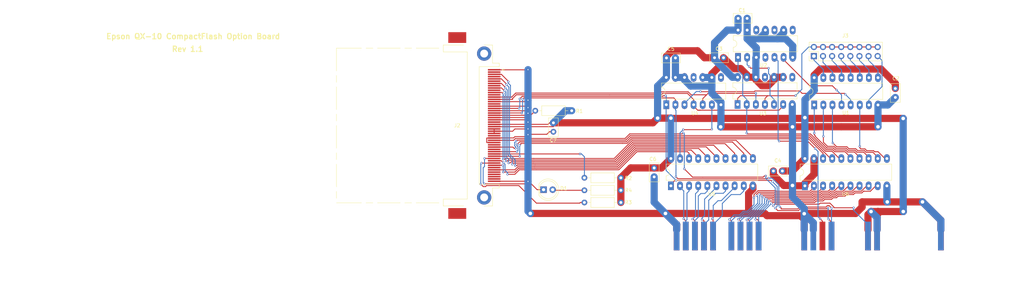
<source format=kicad_pcb>
(kicad_pcb (version 20211014) (generator pcbnew)
  (layers (0 "F.Cu" signal) (31 "B.Cu" signal) (34 "B.Paste" user) (35 "F.Paste" user) (36 "B.SilkS" user "B.Silkscreen") (37 "F.SilkS" user "F.Silkscreen") (38 "B.Mask" user) (39 "F.Mask" user) (44 "Edge.Cuts" user))
  (net 0 "")
  (net 1 "GND")
  (net 2 "/DTB0")
  (net 3 "/DTB1")
  (net 4 "/DTB2")
  (net 5 "/DTB3")
  (net 6 "/DTB4")
  (net 7 "/DTB5")
  (net 8 "/DTB6")
  (net 9 "/DTB7")
  (net 10 "/ADR0")
  (net 11 "/ADR1")
  (net 12 "/ADR2")
  (net 13 "/ADR3")
  (net 14 "/ADR4")
  (net 15 "/ADR5")
  (net 16 "/ADR6")
  (net 17 "/ADR7")
  (net 18 "/~{BSAK}")
  (net 19 "/~{IRD}")
  (net 20 "/~{IWR}")
  (net 21 "+5V")
  (net 22 "/~{RSET}")
  (net 23 "Net-(J2-Pad36)")
  (net 24 "Net-(J2-Pad44)")
  (net 25 "Net-(J2-Pad46)")
  (net 26 "Net-(D1-Pad2)")
  (net 27 "/D7")
  (net 28 "/D6")
  (net 29 "/D5")
  (net 30 "/D4")
  (net 31 "/D3")
  (net 32 "/D2")
  (net 33 "/D1")
  (net 34 "/D0")
  (net 35 "Net-(U4-Pad6)")
  (net 36 "Net-(J3-Pad13)")
  (net 37 "Net-(J3-Pad11)")
  (net 38 "Net-(J3-Pad9)")
  (net 39 "Net-(J3-Pad7)")
  (net 40 "Net-(U1-Pad5)")
  (net 41 "Net-(J3-Pad5)")
  (net 42 "Net-(J3-Pad3)")
  (net 43 "Net-(J3-Pad15)")
  (net 44 "Net-(J3-Pad1)")
  (net 45 "Net-(U2-Pad8)")
  (net 46 "Net-(U2-Pad2)")
  (net 47 "Net-(U2-Pad10)")
  (net 48 "Net-(U2-Pad4)")
  (net 49 "Net-(U2-Pad12)")
  (net 50 "/~{CS1}")
  (net 51 "Net-(U3-Pad11)")
  (net 52 "/~{OCS0}")
  (net 53 "/~{CS0}")
  (net 54 "Net-(U4-Pad8)")
  (net 55 "Net-(U4-Pad11)")
  (net 56 "Net-(D1-Pad1)")
  (net 57 "/~{CD1}")
  (net 58 "/D11")
  (net 59 "/D12")
  (net 60 "/D13")
  (net 61 "/D14")
  (net 62 "/D15")
  (net 63 "/~{VS1}")
  (net 64 "/INTRQ")
  (net 65 "/~{VS2}")
  (net 66 "/IORDY")
  (net 67 "/~{INPACK}")
  (net 68 "/D8")
  (net 69 "/D9")
  (net 70 "/~{IOCS16}")
  (net 71 "/D10")
  (net 72 "/~{CD2}")
  (net 73 "/A7")
  (net 74 "/A6")
  (net 75 "/A5")
  (net 76 "/A4")
  (net 77 "/A3")
  (net 78 "/A2")
  (net 79 "/A1")
  (net 80 "/A0")
  (net 81 "Net-(U1-Pad4)")
  (net 82 "Net-(U3-Pad8)")
  (footprint "Resistor_THT:R_Axial_DIN0207_L6.3mm_D2.5mm_P10.16mm_Horizontal" (layer "F.Cu") (at 194 75 180)
    (fp_text reference "R2")
    (fp_text value "1k")
  )
  (footprint "Resistor_THT:R_Axial_DIN0207_L6.3mm_D2.5mm_P10.16mm_Horizontal" (layer "F.Cu") (at 180.3019 56.2737 180)
    (fp_text reference "R1")
    (fp_text value "1k")
  )
  (footprint "Resistor_THT:R_Axial_DIN0207_L6.3mm_D2.5mm_P10.16mm_Horizontal" (layer "F.Cu") (at 194 81.9 180)
    (fp_text reference "R3")
    (fp_text value "1k")
  )
  (footprint "Resistor_THT:R_Axial_DIN0207_L6.3mm_D2.5mm_P10.16mm_Horizontal" (layer "F.Cu") (at 194 78.5 180)
    (fp_text reference "R4")
    (fp_text value "1k")
  )
  (footprint "Package_DIP:DIP-20_W7.62mm_LongPads" (layer "F.Cu") (at 207.9498 77.25 90)
    (fp_text reference "U5")
    (fp_text value "74LS245")
  )
  (footprint "Package_DIP:DIP-16_W7.62mm_LongPads" (layer "F.Cu") (at 247.904 54.6608 90)
    (fp_text reference "U1")
    (fp_text value "74LS138")
  )
  (footprint "Package_DIP:DIP-14_W7.62mm_LongPads" (layer "F.Cu") (at 226.6696 41.3766 90)
    (fp_text reference "U2")
    (fp_text value "74LS04")
  )
  (footprint "Package_DIP:DIP-14_W7.62mm_LongPads" (layer "F.Cu") (at 226.5553 54.5338 90)
    (fp_text reference "U3")
    (fp_text value "74LS32")
  )
  (footprint "Package_DIP:DIP-14_W7.62mm_LongPads" (layer "F.Cu") (at 206.6671 54.5973 90)
    (fp_text reference "U4")
    (fp_text value "74LS08")
  )
  (footprint "Connector_PinHeader_2.54mm:PinHeader_2x08_P2.54mm_Vertical" (layer "F.Cu") (at 247.8151 41.021 90)
    (fp_text reference "J3")
    (fp_text value "Address Jumper")
  )
  (footprint "MountingHole:MountingHole_3.2mm_M3" (layer "F.Cu") (at 30.4 30.4)
    (fp_text reference "REF**")
    (fp_text value "MountingHole_3.2mm_M3")
  )
  (footprint "MountingHole:MountingHole_3.2mm_M3" (layer "F.Cu") (at 30.4 95.4)
    (fp_text reference "REF**")
    (fp_text value "MountingHole_3.2mm_M3")
  )
  (footprint "Package_DIP:DIP-20_W7.62mm_LongPads" (layer "F.Cu") (at 245.3005 77.25 90)
    (fp_text reference "U6")
    (fp_text value "74LS541")
  )
  (footprint "Capacitor_THT:C_Disc_D5.0mm_W2.5mm_P2.50mm" (layer "F.Cu") (at 226.695 30.48)
    (fp_text reference "C1")
    (fp_text value ".1uf")
  )
  (footprint "Capacitor_THT:C_Disc_D5.0mm_W2.5mm_P2.50mm" (layer "F.Cu") (at 175.1965 59.6519 -90)
    (fp_text reference "C7")
    (fp_text value ".1uf")
  )
  (footprint "Capacitor_THT:C_Disc_D5.0mm_W2.5mm_P2.50mm" (layer "F.Cu") (at 203.2889 72.2503 -90)
    (fp_text reference "C6")
    (fp_text value ".1uf")
  )
  (footprint "Capacitor_THT:C_Disc_D5.0mm_W2.5mm_P2.50mm" (layer "F.Cu") (at 206.7179 41.529)
    (fp_text reference "C5")
    (fp_text value ".1uf")
  )
  (footprint "Capacitor_THT:C_Disc_D5.0mm_W2.5mm_P2.50mm" (layer "F.Cu") (at 239.0267 73.1012 180)
    (fp_text reference "C4")
    (fp_text value ".1uf")
  )
  (footprint "Capacitor_THT:C_Disc_D5.0mm_W2.5mm_P2.50mm" (layer "F.Cu") (at 220.1164 41.4782)
    (fp_text reference "C3")
    (fp_text value ".1uf")
  )
  (footprint "Capacitor_THT:C_Disc_D5.0mm_W2.5mm_P2.50mm" (layer "F.Cu") (at 270.5227 50.0634 -90)
    (fp_text reference "C2")
    (fp_text value ".1uf")
  )
  (footprint "qx-10:CF-Card_3M_N7E50-7516PK-20-WF" (layer "F.Cu") (at 155.5877 60.4012 180)
    (fp_text reference "J2")
    (fp_text value "CF Connector")
  )
  (footprint "LED_THT:LED_D5.0mm" (layer "F.Cu") (at 172.45 78.325)
    (fp_text reference "D1")
    (fp_text value "LED")
  )
  (footprint "qx10:BUS_QX10" (layer "F.Cu") (at 283.8958 87.45)
    (fp_text reference "J1")
    (fp_text value "Edge Connector")
  )
  (gr_line (start 125.4 25.4) (end 306.4 25.4) (layer "Edge.Cuts") (width 0.001))
  (gr_line (start 303.150718 87.4) (end 286.7 87.4) (layer "Edge.Cuts") (width 0.001))
  (gr_line (start 286.7 95.4) (end 206.1 95.4) (layer "Edge.Cuts") (width 0.001))
  (gr_line (start 191.4 87.4) (end 206.1 87.4) (layer "Edge.Cuts") (width 0.001))
  (gr_line (start 28.9 104.4) (end 28.9 100.4) (layer "Edge.Cuts") (width 0.001))
  (gr_line (start 191.4 97.4) (end 191.4 87.4) (layer "Edge.Cuts") (width 0.001))
  (gr_line (start 40.4 97.4) (end 191.4 97.4) (layer "Edge.Cuts") (width 0.001))
  (gr_line (start 125.4 25.4) (end 125.4 30.4) (layer "Edge.Cuts") (width 0.001))
  (gr_line (start 25.4 25.4) (end 25.4 104.4) (layer "Edge.Cuts") (width 0.001))
  (gr_line (start 25.4 104.4) (end 28.9 104.4) (layer "Edge.Cuts") (width 0.001))
  (gr_line (start 206.1 95.4) (end 206.1 87.4) (layer "Edge.Cuts") (width 0.001))
  (gr_line (start 25.4 25.4) (end 36.4 25.4) (layer "Edge.Cuts") (width 0.001))
  (gr_line (start 306.4 25.4) (end 303.150718 87.4) (layer "Edge.Cuts") (width 0.001))
  (gr_line (start 36.4 30.4) (end 125.4 30.4) (layer "Edge.Cuts") (width 0.001))
  (gr_line (start 40.4 100.4) (end 40.4 97.4) (layer "Edge.Cuts") (width 0.001))
  (gr_line (start 36.4 25.4) (end 36.4 30.4) (layer "Edge.Cuts") (width 0.001))
  (gr_line (start 28.9 100.4) (end 40.4 100.4) (layer "Edge.Cuts") (width 0.001))
  (gr_line (start 286.7 87.4) (end 286.7 95.4) (layer "Edge.Cuts") (width 0.001))
  (gr_text "Rev 1.1" (at 73.2155 39.0525) (layer "F.SilkS") (effects (font (size 1.5 1.5) (thickness 0.3))))
  (gr_text "Epson QX-10 CompactFlash Option Board" (at 74.7649 35.5092) (layer "F.SilkS") (effects (font (size 1.5 1.5) (thickness 0.3))))
  (segment (start 168.0998 61.3664) (end 168.12 61.3462) (width 0.25) (layer "F.Cu") (net 1))
  (segment (start 229.0953 46.9138) (end 231.6353 46.9138) (width 2) (layer "F.Cu") (net 1))
  (segment (start 222.6164 41.4782) (end 225.65199 44.51379) (width 2) (layer "F.Cu") (net 1))
  (segment (start 225.65199 44.51379) (end 227.383731 44.51379) (width 2) (layer "F.Cu") (net 1))
  (segment (start 231.6353 46.9138) (end 231.6353 47.602241) (width 2) (layer "F.Cu") (net 1))
  (segment (start 244.0998 85.5853) (end 245.1158 86.6013) (width 2) (layer "F.Cu") (net 1))
  (segment (start 283.2158 89.5329) (end 283.2158 86.862898) (width 2) (layer "F.Cu") (net 1))
  (segment (start 239.44663 77.1525) (end 241.8461 77.1525) (width 2) (layer "F.Cu") (net 1))
  (segment (start 245.3005 77.25) (end 241.9436 77.25) (width 2) (layer "F.Cu") (net 1))
  (segment (start 164.475 63.5) (end 167.56 63.5) (width 0.25) (layer "F.Cu") (net 1))
  (segment (start 167.549999 57.550001) (end 168.12 56.98) (width 0.25) (layer "F.Cu") (net 1))
  (segment (start 255.4478 60.7568) (end 265.684 60.7568) (width 2) (layer "F.Cu") (net 1))
  (segment (start 167.7212 55.0012) (end 168.12 55.4) (width 0.25) (layer "F.Cu") (net 1))
  (segment (start 160.7089 63.875) (end 164.1 63.875) (width 0.25) (layer "F.Cu") (net 1))
  (segment (start 236.5267 74.23257) (end 239.44663 77.1525) (width 2) (layer "F.Cu") (net 1))
  (segment (start 219.3671 46.9773) (end 219.3671 45.987502) (width 2) (layer "F.Cu") (net 1))
  (segment (start 158.6877 55.0012) (end 167.7212 55.0012) (width 0.25) (layer "F.Cu") (net 1))
  (segment (start 245.1158 89.5329) (end 245.1158 86.6013) (width 2) (layer "F.Cu") (net 1))
  (segment (start 268.2748 81.7372) (end 261.2517 81.7372) (width 2) (layer "F.Cu") (net 1))
  (segment (start 158.6877 44.8412) (end 168.0788 44.8412) (width 0.25) (layer "F.Cu") (net 1))
  (segment (start 229.614599 79.345379) (end 229.614599 84.783799) (width 2) (layer "F.Cu") (net 1))
  (segment (start 234.1372 84.963) (end 234.7595 85.5853) (width 2) (layer "F.Cu") (net 1))
  (segment (start 247.8405 74.021559) (end 245.3005 76.561559) (width 2) (layer "F.Cu") (net 1))
  (segment (start 167.415001 56.275001) (end 168.12 56.98) (width 0.25) (layer "F.Cu") (net 1))
  (segment (start 174.06513 62.1519) (end 173.36473 62.8523) (width 0.25) (layer "F.Cu") (net 1))
  (segment (start 259.461 84.963) (end 245.1862 84.963) (width 2) (layer "F.Cu") (net 1))
  (segment (start 245.1158 86.6013) (end 245.1158 85.0334) (width 2) (layer "F.Cu") (net 1))
  (segment (start 278.090102 81.7372) (end 268.2748 81.7372) (width 2) (layer "F.Cu") (net 1))
  (segment (start 235.003731 49.31381) (end 236.7153 47.602241) (width 2) (layer "F.Cu") (net 1))
  (segment (start 245.1158 85.0334) (end 245.1862 84.963) (width 2) (layer "F.Cu") (net 1))
  (segment (start 233.346869 49.31381) (end 235.003731 49.31381) (width 2) (layer "F.Cu") (net 1))
  (segment (start 160.701501 57.550001) (end 167.549999 57.550001) (width 0.25) (layer "F.Cu") (net 1))
  (segment (start 160.696501 56.275001) (end 167.415001 56.275001) (width 0.25) (layer "F.Cu") (net 1))
  (segment (start 164.465 61.3664) (end 168.0998 61.3664) (width 0.25) (layer "F.Cu") (net 1))
  (segment (start 168.2077 62.8523) (end 168.12 62.94) (width 0.25) (layer "F.Cu") (net 1))
  (segment (start 231.6353 47.602241) (end 233.346869 49.31381) (width 2) (layer "F.Cu") (net 1))
  (segment (start 234.7595 85.5853) (end 244.0998 85.5853) (width 2) (layer "F.Cu") (net 1))
  (segment (start 164.1 63.875) (end 164.475 63.5) (width 0.25) (layer "F.Cu") (net 1))
  (segment (start 158.6877 75.9612) (end 168.0612 75.9612) (width 0.25) (layer "F.Cu") (net 1))
  (segment (start 261.2517 81.7372) (end 261.2517 83.1723) (width 2) (layer "F.Cu") (net 1))
  (segment (start 241.8461 60.7822) (end 248.371402 60.7822) (width 2) (layer "F.Cu") (net 1))
  (segment (start 167.7138 53.7312) (end 168.12 53.325) (width 0.25) (layer "F.Cu") (net 1))
  (segment (start 229.614599 84.783799) (end 229.7938 84.963) (width 2) (layer "F.Cu") (net 1))
  (segment (start 163.8402 61.9912) (end 164.465 61.3664) (width 0.25) (layer "F.Cu") (net 1))
  (segment (start 158.6877 56.2712) (end 160.6927 56.2712) (width 0.25) (layer "F.Cu") (net 1))
  (segment (start 158.6877 63.8912) (end 160.6927 63.8912) (width 0.25) (layer "F.Cu") (net 1))
  (segment (start 261.2517 83.1723) (end 259.461 84.963) (width 2) (layer "F.Cu") (net 1))
  (segment (start 209.5558 89.5329) (end 209.5558 88.0829) (width 2) (layer "F.Cu") (net 1))
  (segment (start 227.383731 44.51379) (end 229.0953 46.225359) (width 2) (layer "F.Cu") (net 1))
  (segment (start 222.6164 42.738202) (end 222.6164 41.4782) (width 2) (layer "F.Cu") (net 1))
  (segment (start 175.1965 62.1519) (end 174.06513 62.1519) (width 0.25) (layer "F.Cu") (net 1))
  (segment (start 168.0612 75.9612) (end 168.12 76.02) (width 0.25) (layer "F.Cu") (net 1))
  (segment (start 241.8461 60.7822) (end 221.8182 60.7822) (width 2) (layer "F.Cu") (net 1))
  (segment (start 241.9436 77.25) (end 241.8461 77.1525) (width 2) (layer "F.Cu") (net 1))
  (segment (start 156.6827 63.8912) (end 156.607699 63.966201) (width 0.25) (layer "F.Cu") (net 1))
  (segment (start 158.6877 53.7312) (end 167.7138 53.7312) (width 0.25) (layer "F.Cu") (net 1))
  (segment (start 236.7153 47.602241) (end 236.7153 46.9138) (width 2) (layer "F.Cu") (net 1))
  (segment (start 248.396802 60.7568) (end 255.4478 60.7568) (width 2) (layer "F.Cu") (net 1))
  (segment (start 229.7938 84.963) (end 206.4359 84.963) (width 2) (layer "F.Cu") (net 1))
  (segment (start 230.8098 77.25) (end 230.8098 78.150178) (width 2) (layer "F.Cu") (net 1))
  (segment (start 173.36473 62.8523) (end 168.2077 62.8523) (width 0.25) (layer "F.Cu") (net 1))
  (segment (start 158.6877 61.9912) (end 163.8402 61.9912) (width 0.25) (layer "F.Cu") (net 1))
  (segment (start 209.5558 88.0829) (end 206.4359 84.963) (width 2) (layer "F.Cu") (net 1))
  (segment (start 247.8405 69.63) (end 247.8405 74.021559) (width 2) (layer "F.Cu") (net 1))
  (segment (start 229.7938 84.963) (end 234.1372 84.963) (width 2) (layer "F.Cu") (net 1))
  (segment (start 229.0953 46.225359) (end 229.0953 46.9138) (width 2) (layer "F.Cu") (net 1))
  (segment (start 156.607699 63.966201) (end 156.607699 65.086199) (width 0.25) (layer "F.Cu") (net 1))
  (segment (start 167.56 63.5) (end 168.12 62.94) (width 0.25) (layer "F.Cu") (net 1))
  (segment (start 160.6927 63.8912) (end 160.7089 63.875) (width 0.25) (layer "F.Cu") (net 1))
  (segment (start 230.8098 78.150178) (end 229.614599 79.345379) (width 2) (layer "F.Cu") (net 1))
  (segment (start 156.607699 65.086199) (end 156.6827 65.1612) (width 0.25) (layer "F.Cu") (net 1))
  (segment (start 236.5267 73.1012) (end 236.5267 74.23257) (width 2) (layer "F.Cu") (net 1))
  (segment (start 158.6877 57.5412) (end 160.6927 57.5412) (width 0.25) (layer "F.Cu") (net 1))
  (segment (start 283.2158 86.862898) (end 278.090102 81.7372) (width 2) (layer "F.Cu") (net 1))
  (segment (start 158.6877 58.8112) (end 167.475 58.8112) (width 0.25) (layer "F.Cu") (net 1))
  (segment (start 160.6927 56.2712) (end 160.696501 56.275001) (width 0.25) (layer "F.Cu") (net 1))
  (segment (start 160.6927 57.5412) (end 160.701501 57.550001) (width 0.25) (layer "F.Cu") (net 1))
  (segment (start 156.6827 65.1612) (end 158.6877 65.1612) (width 0.25) (layer "F.Cu") (net 1))
  (segment (start 245.3005 76.561559) (end 245.3005 77.25) (width 2) (layer "F.Cu") (net 1))
  (segment (start 168.0788 44.8412) (end 168.12 44.8) (width 0.25) (layer "F.Cu") (net 1))
  (segment (start 219.3671 45.987502) (end 222.6164 42.738202) (width 2) (layer "F.Cu") (net 1))
  (segment (start 158.6877 61.3512) (end 158.6877 62.6212) (width 0.25) (layer "F.Cu") (net 1))
  (segment (start 206.4359 84.963) (end 168.77 84.963) (width 2) (layer "F.Cu") (net 1))
  (segment (start 158.6877 63.8912) (end 156.6827 63.8912) (width 0.25) (layer "F.Cu") (net 1))
  (segment (start 239.2553 46.9138) (end 236.7153 46.9138) (width 2) (layer "F.Cu") (net 1))
  (segment (start 167.475 58.8112) (end 168.12 59.4562) (width 0.25) (layer "F.Cu") (net 1))
  (via (at 265.684 60.7568) (size 2) (drill 1) (layers "F.Cu" "B.Cu") (net 1))
  (via (at 168.12 61.3462) (size 0.6) (drill 0.3) (layers "F.Cu" "B.Cu") (net 1))
  (via (at 168.12 59.4562) (size 0.6) (drill 0.3) (layers "F.Cu" "B.Cu") (net 1))
  (via (at 168.12 53.325) (size 0.6) (drill 0.3) (layers "F.Cu" "B.Cu") (net 1))
  (via (at 241.8461 77.1525) (size 2) (drill 1) (layers "F.Cu" "B.Cu") (net 1))
  (via (at 241.8461 60.7822) (size 2) (drill 1) (layers "F.Cu" "B.Cu") (net 1))
  (via (at 168.12 44.8) (size 0.6) (drill 0.3) (layers "F.Cu" "B.Cu") (net 1))
  (via (at 278.090102 81.7372) (size 2) (drill 1) (layers "F.Cu" "B.Cu") (net 1))
  (via (at 168.12 56.98) (size 0.6) (drill 0.3) (layers "F.Cu" "B.Cu") (net 1))
  (via (at 168.77 84.963) (size 2) (drill 1) (layers "F.Cu" "B.Cu") (net 1))
  (via (at 221.8182 60.7822) (size 2) (drill 1) (layers "F.Cu" "B.Cu") (net 1))
  (via (at 206.4359 84.963) (size 2) (drill 1) (layers "F.Cu" "B.Cu") (net 1))
  (via (at 268.2748 81.7372) (size 2) (drill 1) (layers "F.Cu" "B.Cu") (net 1))
  (via (at 245.1158 85.0334) (size 2) (drill 1) (layers "F.Cu" "B.Cu") (net 1))
  (via (at 168.12 55.4) (size 0.6) (drill 0.3) (layers "F.Cu" "B.Cu") (net 1))
  (via (at 168.12 62.94) (size 0.6) (drill 0.3) (layers "F.Cu" "B.Cu") (net 1))
  (via (at 168.12 76.02) (size 0.6) (drill 0.3) (layers "F.Cu" "B.Cu") (net 1))
  (segment (start 219.3671 51.368859) (end 221.9071 53.908859) (width 2) (layer "B.Cu") (net 1))
  (segment (start 245.1158 85.0334) (end 245.1158 83.619187) (width 2) (layer "B.Cu") (net 1))
  (segment (start 203.2889 81.816) (end 203.2889 74.7503) (width 2) (layer "B.Cu") (net 1))
  (segment (start 265.684 54.6608) (end 265.684 60.7568) (width 2) (layer "B.Cu") (net 1))
  (segment (start 209.5558 88.0829) (end 206.4359 84.963) (width 2) (layer "B.Cu") (net 1))
  (segment (start 234.2896 34.445041) (end 234.2896 33.7566) (width 2) (layer "B.Cu") (net 1))
  (segment (start 247.6558 87.5734) (end 245.1158 85.0334) (width 2) (layer "B.Cu") (net 1))
  (segment (start 168.12 61.3462) (end 168.12 62.94) (width 2) (layer "B.Cu") (net 1))
  (segment (start 209.2179 41.529) (end 209.2179 46.9665) (width 2) (layer "B.Cu") (net 1))
  (segment (start 168.12 53.325) (end 168.12 44.8) (width 2) (layer "B.Cu") (net 1))
  (segment (start 229.2096 36.1696) (end 232.565041 36.1696) (width 2) (layer "B.Cu") (net 1))
  (segment (start 231.7496 38.7096) (end 231.7496 41.3766) (width 2) (layer "B.Cu") (net 1))
  (segment (start 209.5558 89.5329) (end 209.5558 88.0829) (width 2) (layer "B.Cu") (net 1))
  (segment (start 231.6353 41.4909) (end 231.7496 41.3766) (width 2) (layer "B.Cu") (net 1))
  (segment (start 209.2179 46.9665) (end 209.2071 46.9773) (width 2) (layer "B.Cu") (net 1))
  (segment (start 168.12 62.94) (end 168.12 76.02) (width 2) (layer "B.Cu") (net 1))
  (segment (start 241.8461 60.7822) (end 241.7953 60.7314) (width 2) (layer "B.Cu") (net 1))
  (segment (start 209.2071 46.9773) (end 211.7471 46.9773) (width 2) (layer "B.Cu") (net 1))
  (segment (start 219.34199 49.37731) (end 219.3671 49.3522) (width 2) (layer "B.Cu") (net 1))
  (segment (start 241.9096 38.1766) (end 241.9096 41.3766) (width 2) (layer "B.Cu") (net 1))
  (segment (start 221.9071 53.908859) (end 221.9071 54.5973) (width 2) (layer "B.Cu") (net 1))
  (segment (start 216.8271 46.9773) (end 219.3671 46.9773) (width 2) (layer "B.Cu") (net 1))
  (segment (start 229.2096 36.1696) (end 231.7496 38.7096) (width 2) (layer "B.Cu") (net 1))
  (segment (start 168.12 53.325) (end 168.12 55.4) (width 2) (layer "B.Cu") (net 1))
  (segment (start 241.8461 80.349487) (end 241.8461 77.1525) (width 2) (layer "B.Cu") (net 1))
  (segment (start 265.684 54.6608) (end 268.4253 54.6608) (width 2) (layer "B.Cu") (net 1))
  (segment (start 268.1605 77.25) (end 268.1605 81.6229) (width 2) (layer "B.Cu") (net 1))
  (segment (start 213.458669 49.37731) (end 219.34199 49.37731) (width 2) (layer "B.Cu") (net 1))
  (segment (start 245.1158 89.5329) (end 245.1158 85.0334) (width 2) (layer "B.Cu") (net 1))
  (segment (start 247.6558 89.5329) (end 247.6558 87.5734) (width 2) (layer "B.Cu") (net 1))
  (segment (start 219.3671 49.3522) (end 219.3671 51.368859) (width 2) (layer "B.Cu") (net 1))
  (segment (start 232.565041 36.1696) (end 234.2896 34.445041) (width 2) (layer "B.Cu") (net 1))
  (segment (start 237.645041 36.1696) (end 239.3696 34.445041) (width 2) (layer "B.Cu") (net 1))
  (segment (start 268.1605 81.6229) (end 268.2748 81.7372) (width 2) (layer "B.Cu") (net 1))
  (segment (start 229.2096 33.7566) (end 229.2096 36.1696) (width 2) (layer "B.Cu") (net 1))
  (segment (start 239.9026 36.1696) (end 241.9096 38.1766) (width 2) (layer "B.Cu") (net 1))
  (segment (start 241.7953 60.7314) (end 241.7953 54.5338) (width 2) (layer "B.Cu") (net 1))
  (segment (start 219.3671 46.9773) (end 219.3671 49.3522) (width 2) (layer "B.Cu") (net 1))
  (segment (start 168.12 76.02) (end 168.12 84.313) (width 2) (layer "B.Cu") (net 1))
  (segment (start 245.1158 83.619187) (end 241.8461 80.349487) (width 2) (layer "B.Cu") (net 1))
  (segment (start 168.12 84.313) (end 168.77 84.963) (width 2) (layer "B.Cu") (net 1))
  (segment (start 229.2096 33.7566) (end 229.2096 30.4946) (width 2) (layer "B.Cu") (net 1))
  (segment (start 232.565041 36.1696) (end 237.645041 36.1696) (width 2) (layer "B.Cu") (net 1))
  (segment (start 241.8461 77.1525) (end 241.8461 60.7822) (width 2) (layer "B.Cu") (net 1))
  (segment (start 237.645041 36.1696) (end 239.9026 36.1696) (width 2) (layer "B.Cu") (net 1))
  (segment (start 168.12 56.98) (end 168.12 59.4562) (width 2) (layer "B.Cu") (net 1))
  (segment (start 221.9071 60.6933) (end 221.8182 60.7822) (width 2) (layer "B.Cu") (net 1))
  (segment (start 206.4359 84.963) (end 203.2889 81.816) (width 2) (layer "B.Cu") (net 1))
  (segment (start 211.7471 47.665741) (end 213.458669 49.37731) (width 2) (layer "B.Cu") (net 1))
  (segment (start 268.4253 54.6608) (end 270.5227 52.5634) (width 2) (layer "B.Cu") (net 1))
  (segment (start 231.6353 46.9138) (end 231.6353 41.4909) (width 2) (layer "B.Cu") (net 1))
  (segment (start 283.2158 86.862898) (end 278.090102 81.7372) (width 2) (layer "B.Cu") (net 1))
  (segment (start 239.3696 34.445041) (end 239.3696 33.7566) (width 2) (layer "B.Cu") (net 1))
  (segment (start 283.2158 89.5329) (end 283.2158 86.862898) (width 2) (layer "B.Cu") (net 1))
  (segment (start 229.2096 30.4946) (end 229.195 30.48) (width 2) (layer "B.Cu") (net 1))
  (segment (start 168.12 59.4562) (end 168.12 61.3462) (width 2) (layer "B.Cu") (net 1))
  (segment (start 211.7471 46.9773) (end 211.7471 47.665741) (width 2) (layer "B.Cu") (net 1))
  (segment (start 168.12 55.4) (end 168.12 56.98) (width 2) (layer "B.Cu") (net 1))
  (segment (start 221.9071 54.5973) (end 221.9071 60.6933) (width 2) (layer "B.Cu") (net 1))
  (segment (start 212.0958 87.0329) (end 211.5259 86.463) (width 0.25) (layer "F.Cu") (net 2))
  (segment (start 212.0958 89.5329) (end 212.0958 87.0329) (width 0.25) (layer "F.Cu") (net 2))
  (via (at 211.5259 86.463) (size 0.6) (drill 0.3) (layers "F.Cu" "B.Cu") (net 2))
  (segment (start 210.4898 77.65) (end 211.5439 78.7041) (width 0.25) (layer "B.Cu") (net 2))
  (segment (start 210.4898 77.25) (end 210.4898 77.65) (width 0.25) (layer "B.Cu") (net 2))
  (segment (start 211.5259 78.7221) (end 211.5259 86.463) (width 0.25) (layer "B.Cu") (net 2))
  (segment (start 211.5439 78.7041) (end 211.5259 78.7221) (width 0.25) (layer "B.Cu") (net 2))
  (segment (start 213.0298 77.25) (end 213.0298 78.7) (width 0.25) (layer "B.Cu") (net 3))
  (segment (start 212.0958 87.0273) (end 212.0958 89.5329) (width 0.25) (layer "B.Cu") (net 3))
  (segment (start 213.0298 78.7) (end 212.4329 79.2969) (width 0.25) (layer "B.Cu") (net 3))
  (segment (start 212.4329 86.6902) (end 212.0958 87.0273) (width 0.25) (layer "B.Cu") (net 3))
  (segment (start 212.4329 79.2969) (end 212.4329 86.6902) (width 0.25) (layer "B.Cu") (net 3))
  (segment (start 214.6358 89.5329) (end 214.6358 87.0329) (width 0.25) (layer "F.Cu") (net 4))
  (segment (start 214.6358 87.0329) (end 214.1407 86.5378) (width 0.25) (layer "F.Cu") (net 4))
  (segment (start 214.1407 86.5378) (end 213.995 86.5378) (width 0.25) (layer "F.Cu") (net 4))
  (via (at 213.995 86.5378) (size 0.6) (drill 0.3) (layers "F.Cu" "B.Cu") (net 4))
  (segment (start 214.8078 85.725) (end 214.8078 79.462) (width 0.25) (layer "B.Cu") (net 4))
  (segment (start 215.5698 78.7) (end 215.5698 77.25) (width 0.25) (layer "B.Cu") (net 4))
  (segment (start 214.8078 79.462) (end 215.5698 78.7) (width 0.25) (layer "B.Cu") (net 4))
  (segment (start 213.995 86.5378) (end 214.8078 85.725) (width 0.25) (layer "B.Cu") (net 4))
  (segment (start 218.1098 78.7) (end 217.4221 79.3877) (width 0.25) (layer "B.Cu") (net 5))
  (segment (start 218.1098 77.25) (end 218.1098 78.7) (width 0.25) (layer "B.Cu") (net 5))
  (segment (start 215.5952 80.0989) (end 215.5952 85.9917) (width 0.25) (layer "B.Cu") (net 5))
  (segment (start 216.3064 79.3877) (end 215.5952 80.0989) (width 0.25) (layer "B.Cu") (net 5))
  (segment (start 217.4221 79.3877) (end 216.3064 79.3877) (width 0.25) (layer "B.Cu") (net 5))
  (segment (start 214.6358 86.9511) (end 214.6358 89.5329) (width 0.25) (layer "B.Cu") (net 5))
  (segment (start 215.5952 85.9917) (end 214.6358 86.9511) (width 0.25) (layer "B.Cu") (net 5))
  (segment (start 217.1758 89.5329) (end 217.1758 87.0329) (width 0.25) (layer "F.Cu") (net 6))
  (segment (start 217.1758 87.0329) (end 216.8204 86.6775) (width 0.25) (layer "F.Cu") (net 6))
  (segment (start 216.8204 86.6775) (end 216.6239 86.6775) (width 0.25) (layer "F.Cu") (net 6))
  (via (at 216.6239 86.6775) (size 0.6) (drill 0.3) (layers "F.Cu" "B.Cu") (net 6))
  (segment (start 216.6239 86.253236) (end 217.3478 85.529336) (width 0.25) (layer "B.Cu") (net 6))
  (segment (start 217.3478 80.952) (end 220.6498 77.65) (width 0.25) (layer "B.Cu") (net 6))
  (segment (start 217.3478 85.529336) (end 217.3478 80.952) (width 0.25) (layer "B.Cu") (net 6))
  (segment (start 220.6498 77.65) (end 220.6498 77.25) (width 0.25) (layer "B.Cu") (net 6))
  (segment (start 216.6239 86.6775) (end 216.6239 86.253236) (width 0.25) (layer "B.Cu") (net 6))
  (segment (start 217.1758 88.0829) (end 217.1758 89.5329) (width 0.25) (layer "B.Cu") (net 7))
  (segment (start 223.1898 77.25) (end 223.1898 78.7) (width 0.25) (layer "B.Cu") (net 7))
  (segment (start 222.5402 79.3496) (end 220.4339 79.3496) (width 0.25) (layer "B.Cu") (net 7))
  (segment (start 218.4908 81.2927) (end 218.4908 86.7679) (width 0.25) (layer "B.Cu") (net 7))
  (segment (start 218.4908 86.7679) (end 217.1758 88.0829) (width 0.25) (layer "B.Cu") (net 7))
  (segment (start 220.4339 79.3496) (end 218.4908 81.2927) (width 0.25) (layer "B.Cu") (net 7))
  (segment (start 223.1898 78.7) (end 222.5402 79.3496) (width 0.25) (layer "B.Cu") (net 7))
  (segment (start 219.7158 86.7228) (end 219.456 86.463) (width 0.25) (layer "F.Cu") (net 8))
  (segment (start 219.7158 89.5329) (end 219.7158 86.7228) (width 0.25) (layer "F.Cu") (net 8))
  (via (at 219.456 86.463) (size 0.6) (drill 0.3) (layers "F.Cu" "B.Cu") (net 8))
  (segment (start 221.9728 81.407) (end 225.7298 77.65) (width 0.25) (layer "B.Cu") (net 8))
  (segment (start 219.755999 86.163001) (end 219.755999 82.732601) (width 0.25) (layer "B.Cu") (net 8))
  (segment (start 225.7298 77.65) (end 225.7298 77.25) (width 0.25) (layer "B.Cu") (net 8))
  (segment (start 219.456 86.463) (end 219.755999 86.163001) (width 0.25) (layer "B.Cu") (net 8))
  (segment (start 221.0816 81.407) (end 221.9728 81.407) (width 0.25) (layer "B.Cu") (net 8))
  (segment (start 219.755999 82.732601) (end 221.0816 81.407) (width 0.25) (layer "B.Cu") (net 8))
  (segment (start 228.2698 77.25) (end 228.2698 78.7) (width 0.25) (layer "B.Cu") (net 9))
  (segment (start 224.7773 79.6798) (end 222.2881 82.169) (width 0.25) (layer "B.Cu") (net 9))
  (segment (start 227.29 79.6798) (end 224.7773 79.6798) (width 0.25) (layer "B.Cu") (net 9))
  (segment (start 222.2881 85.5106) (end 219.7158 88.0829) (width 0.25) (layer "B.Cu") (net 9))
  (segment (start 222.2881 82.169) (end 222.2881 85.5106) (width 0.25) (layer "B.Cu") (net 9))
  (segment (start 228.2698 78.7) (end 227.29 79.6798) (width 0.25) (layer "B.Cu") (net 9))
  (segment (start 219.7158 88.0829) (end 219.7158 89.5329) (width 0.25) (layer "B.Cu") (net 9))
  (segment (start 224.7958 87.0329) (end 224.4023 86.6394) (width 0.25) (layer "F.Cu") (net 10))
  (segment (start 224.7958 89.5329) (end 224.7958 87.0329) (width 0.25) (layer "F.Cu") (net 10))
  (segment (start 237.096681 78.607489) (end 232.226334 78.60749) (width 0.25) (layer "F.Cu") (net 10))
  (segment (start 246.715499 78.775001) (end 237.264193 78.775001) (width 0.25) (layer "F.Cu") (net 10))
  (segment (start 224.4023 86.6394) (end 224.2566 86.6394) (width 0.25) (layer "F.Cu") (net 10))
  (segment (start 247.8405 77.65) (end 246.715499 78.775001) (width 0.25) (layer "F.Cu") (net 10))
  (segment (start 237.264193 78.775001) (end 237.096681 78.607489) (width 0.25) (layer "F.Cu") (net 10))
  (segment (start 247.8405 77.25) (end 247.8405 77.65) (width 0.25) (layer "F.Cu") (net 10))
  (segment (start 232.226334 78.60749) (end 231.1146 79.719224) (width 0.25) (layer "F.Cu") (net 10))
  (segment (start 231.1146 79.719224) (end 231.1146 80.518) (width 0.25) (layer "F.Cu") (net 10))
  (via (at 231.1146 80.518) (size 0.6) (drill 0.3) (layers "F.Cu" "B.Cu") (net 10))
  (via (at 224.2566 86.6394) (size 0.6) (drill 0.3) (layers "F.Cu" "B.Cu") (net 10))
  (segment (start 229.2645 84.362) (end 231.1146 82.5119) (width 0.25) (layer "B.Cu") (net 10))
  (segment (start 229.2645 84.37329) (end 229.2645 84.362) (width 0.25) (layer "B.Cu") (net 10))
  (segment (start 227.070889 85.388581) (end 227.070889 85.387211) (width 0.25) (layer "B.Cu") (net 10))
  (segment (start 224.2566 86.6394) (end 225.507419 85.388581) (width 0.25) (layer "B.Cu") (net 10))
  (segment (start 227.070889 85.387211) (end 228.08481 84.37329) (width 0.25) (layer "B.Cu") (net 10))
  (segment (start 231.1146 82.5119) (end 231.1146 80.518) (width 0.25) (layer "B.Cu") (net 10))
  (segment (start 228.08481 84.37329) (end 229.2645 84.37329) (width 0.25) (layer "B.Cu") (net 10))
  (segment (start 225.507419 85.388581) (end 227.070889 85.388581) (width 0.25) (layer "B.Cu") (net 10))
  (segment (start 232.412735 79.057499) (end 231.8639 79.606334) (width 0.25) (layer "F.Cu") (net 11))
  (segment (start 247.34881 78.7781) (end 246.901899 79.225011) (width 0.25) (layer "F.Cu") (net 11))
  (segment (start 250.3805 77.65) (end 249.2524 78.7781) (width 0.25) (layer "F.Cu") (net 11))
  (segment (start 237.077793 79.225011) (end 236.910281 79.057499) (width 0.25) (layer "F.Cu") (net 11))
  (segment (start 236.910281 79.057499) (end 232.412735 79.057499) (width 0.25) (layer "F.Cu") (net 11))
  (segment (start 250.3805 77.25) (end 250.3805 77.65) (width 0.25) (layer "F.Cu") (net 11))
  (segment (start 249.2524 78.7781) (end 247.34881 78.7781) (width 0.25) (layer "F.Cu") (net 11))
  (segment (start 231.8639 79.606334) (end 231.8639 79.9973) (width 0.25) (layer "F.Cu") (net 11))
  (segment (start 246.901899 79.225011) (end 237.077793 79.225011) (width 0.25) (layer "F.Cu") (net 11))
  (via (at 231.8639 79.9973) (size 0.6) (drill 0.3) (layers "F.Cu" "B.Cu") (net 11))
  (segment (start 229.4509 84.8233) (end 228.27258 84.8233) (width 0.25) (layer "B.Cu") (net 11))
  (segment (start 231.8639 79.9973) (end 232.163899 80.297299) (width 0.25) (layer "B.Cu") (net 11))
  (segment (start 224.7958 87.0329) (end 224.7958 89.5329) (width 0.25) (layer "B.Cu") (net 11))
  (segment (start 232.163899 80.297299) (end 232.163899 82.134291) (width 0.25) (layer "B.Cu") (net 11))
  (segment (start 232.139909 82.134291) (end 229.4509 84.8233) (width 0.25) (layer "B.Cu") (net 11))
  (segment (start 225.990109 85.838591) (end 224.7958 87.0329) (width 0.25) (layer "B.Cu") (net 11))
  (segment (start 228.27258 84.8233) (end 227.257289 85.838591) (width 0.25) (layer "B.Cu") (net 11))
  (segment (start 227.257289 85.838591) (end 225.990109 85.838591) (width 0.25) (layer "B.Cu") (net 11))
  (segment (start 232.163899 82.134291) (end 232.139909 82.134291) (width 0.25) (layer "B.Cu") (net 11))
  (segment (start 236.891393 79.675021) (end 236.723881 79.507509) (width 0.25) (layer "F.Cu") (net 12))
  (segment (start 227.3358 89.5329) (end 227.3358 87.0329) (width 0.25) (layer "F.Cu") (net 12))
  (segment (start 251.79549 78.77501) (end 249.8919 78.77501) (width 0.25) (layer "F.Cu") (net 12))
  (segment (start 252.9205 77.25) (end 252.9205 77.65) (width 0.25) (layer "F.Cu") (net 12))
  (segment (start 232.887727 79.507509) (end 232.712736 79.6825) (width 0.25) (layer "F.Cu") (net 12))
  (segment (start 236.723881 79.507509) (end 232.887727 79.507509) (width 0.25) (layer "F.Cu") (net 12))
  (segment (start 226.8915 86.5886) (end 226.7331 86.5886) (width 0.25) (layer "F.Cu") (net 12))
  (segment (start 227.3358 87.0329) (end 226.8915 86.5886) (width 0.25) (layer "F.Cu") (net 12))
  (segment (start 247.53521 79.22811) (end 247.088299 79.675021) (width 0.25) (layer "F.Cu") (net 12))
  (segment (start 252.9205 77.65) (end 251.79549 78.77501) (width 0.25) (layer "F.Cu") (net 12))
  (segment (start 247.088299 79.675021) (end 236.891393 79.675021) (width 0.25) (layer "F.Cu") (net 12))
  (segment (start 249.8919 78.77501) (end 249.4388 79.22811) (width 0.25) (layer "F.Cu") (net 12))
  (segment (start 249.4388 79.22811) (end 247.53521 79.22811) (width 0.25) (layer "F.Cu") (net 12))
  (via (at 226.7331 86.5886) (size 0.6) (drill 0.3) (layers "F.Cu" "B.Cu") (net 12))
  (via (at 232.712736 79.6825) (size 0.6) (drill 0.3) (layers "F.Cu" "B.Cu") (net 12))
  (segment (start 227.033099 86.288601) (end 226.7331 86.5886) (width 0.25) (layer "B.Cu") (net 12))
  (segment (start 228.28669 85.4456) (end 227.443689 86.288601) (width 0.25) (layer "B.Cu") (net 12))
  (segment (start 232.712736 79.6825) (end 232.712736 82.221864) (width 0.25) (layer "B.Cu") (net 12))
  (segment (start 232.712736 82.221864) (end 229.489 85.4456) (width 0.25) (layer "B.Cu") (net 12))
  (segment (start 227.443689 86.288601) (end 227.033099 86.288601) (width 0.25) (layer "B.Cu") (net 12))
  (segment (start 229.489 85.4456) (end 228.28669 85.4456) (width 0.25) (layer "B.Cu") (net 12))
  (segment (start 249.6252 79.67812) (end 247.72161 79.67812) (width 0.25) (layer "F.Cu") (net 13))
  (segment (start 236.704993 80.125031) (end 236.537481 79.957519) (width 0.25) (layer "F.Cu") (net 13))
  (segment (start 253.386494 78.77501) (end 252.4319 78.77501) (width 0.25) (layer "F.Cu") (net 13))
  (segment (start 250.0783 79.22502) (end 249.6252 79.67812) (width 0.25) (layer "F.Cu") (net 13))
  (segment (start 236.537481 79.957519) (end 233.549159 79.957519) (width 0.25) (layer "F.Cu") (net 13))
  (segment (start 251.98189 79.22502) (end 250.0783 79.22502) (width 0.25) (layer "F.Cu") (net 13))
  (segment (start 254.911504 77.25) (end 253.386494 78.77501) (width 0.25) (layer "F.Cu") (net 13))
  (segment (start 255.4605 77.25) (end 254.911504 77.25) (width 0.25) (layer "F.Cu") (net 13))
  (segment (start 233.549159 79.957519) (end 233.374168 80.13251) (width 0.25) (layer "F.Cu") (net 13))
  (segment (start 252.4319 78.77501) (end 251.98189 79.22502) (width 0.25) (layer "F.Cu") (net 13))
  (segment (start 247.274699 80.125031) (end 236.704993 80.125031) (width 0.25) (layer "F.Cu") (net 13))
  (segment (start 247.72161 79.67812) (end 247.274699 80.125031) (width 0.25) (layer "F.Cu") (net 13))
  (via (at 233.374168 80.13251) (size 0.6) (drill 0.3) (layers "F.Cu" "B.Cu") (net 13))
  (segment (start 233.352998 82.229302) (end 229.67231 85.90999) (width 0.25) (layer "B.Cu") (net 13))
  (segment (start 229.67231 85.90999) (end 228.45871 85.90999) (width 0.25) (layer "B.Cu") (net 13))
  (segment (start 233.374168 82.229302) (end 233.352998 82.229302) (width 0.25) (layer "B.Cu") (net 13))
  (segment (start 227.3358 87.0329) (end 227.3358 89.5329) (width 0.25) (layer "B.Cu") (net 13))
  (segment (start 233.374168 80.13251) (end 233.374168 82.229302) (width 0.25) (layer "B.Cu") (net 13))
  (segment (start 228.45871 85.90999) (end 227.3358 87.0329) (width 0.25) (layer "B.Cu") (net 13))
  (segment (start 253.572894 79.22502) (end 252.6183 79.22502) (width 0.25) (layer "F.Cu") (net 14))
  (segment (start 252.6183 79.22502) (end 252.16829 79.67503) (width 0.25) (layer "F.Cu") (net 14))
  (segment (start 252.16829 79.67503) (end 250.2647 79.67503) (width 0.25) (layer "F.Cu") (net 14))
  (segment (start 229.8758 89.5329) (end 229.8758 87.0329) (width 0.25) (layer "F.Cu") (net 14))
  (segment (start 257.451504 77.25) (end 255.926494 78.77501) (width 0.25) (layer "F.Cu") (net 14))
  (segment (start 247.461099 80.575041) (end 236.518593 80.575041) (width 0.25) (layer "F.Cu") (net 14))
  (segment (start 254.022904 78.77501) (end 253.572894 79.22502) (width 0.25) (layer "F.Cu") (net 14))
  (segment (start 250.2647 79.67503) (end 249.8116 80.12813) (width 0.25) (layer "F.Cu") (net 14))
  (segment (start 236.351081 80.407529) (end 234.210591 80.407529) (width 0.25) (layer "F.Cu") (net 14))
  (segment (start 258.0005 77.25) (end 257.451504 77.25) (width 0.25) (layer "F.Cu") (net 14))
  (segment (start 255.926494 78.77501) (end 254.022904 78.77501) (width 0.25) (layer "F.Cu") (net 14))
  (segment (start 236.518593 80.575041) (end 236.351081 80.407529) (width 0.25) (layer "F.Cu") (net 14))
  (segment (start 249.8116 80.12813) (end 247.90801 80.12813) (width 0.25) (layer "F.Cu") (net 14))
  (segment (start 229.5839 86.741) (end 229.1207 86.741) (width 0.25) (layer "F.Cu") (net 14))
  (segment (start 234.210591 80.407529) (end 234.0356 80.58252) (width 0.25) (layer "F.Cu") (net 14))
  (segment (start 229.8758 87.0329) (end 229.5839 86.741) (width 0.25) (layer "F.Cu") (net 14))
  (segment (start 247.90801 80.12813) (end 247.461099 80.575041) (width 0.25) (layer "F.Cu") (net 14))
  (via (at 234.0356 80.58252) (size 0.6) (drill 0.3) (layers "F.Cu" "B.Cu") (net 14))
  (via (at 229.1207 86.741) (size 0.6) (drill 0.3) (layers "F.Cu" "B.Cu") (net 14))
  (segment (start 229.87988 86.36) (end 229.5017 86.36) (width 0.25) (layer "B.Cu") (net 14))
  (segment (start 234.0356 80.58252) (end 234.0356 82.20428) (width 0.25) (layer "B.Cu") (net 14))
  (segment (start 234.0356 82.20428) (end 229.87988 86.36) (width 0.25) (layer "B.Cu") (net 14))
  (segment (start 229.5017 86.36) (end 229.1207 86.741) (width 0.25) (layer "B.Cu") (net 14))
  (segment (start 248.09441 80.57814) (end 247.647499 81.025051) (width 0.25) (layer "F.Cu") (net 15))
  (segment (start 252.8047 79.67503) (end 252.35469 80.12504) (width 0.25) (layer "F.Cu") (net 15))
  (segment (start 254.209304 79.22502) (end 253.759294 79.67503) (width 0.25) (layer "F.Cu") (net 15))
  (segment (start 260.5405 77.25) (end 259.991504 77.25) (width 0.25) (layer "F.Cu") (net 15))
  (segment (start 249.998 80.57814) (end 248.09441 80.57814) (width 0.25) (layer "F.Cu") (net 15))
  (segment (start 236.332193 81.025051) (end 236.164681 80.857539) (width 0.25) (layer "F.Cu") (net 15))
  (segment (start 253.759294 79.67503) (end 252.8047 79.67503) (width 0.25) (layer "F.Cu") (net 15))
  (segment (start 252.35469 80.12504) (end 250.4511 80.12504) (width 0.25) (layer "F.Cu") (net 15))
  (segment (start 247.647499 81.025051) (end 236.332193 81.025051) (width 0.25) (layer "F.Cu") (net 15))
  (segment (start 259.991504 77.25) (end 258.466494 78.77501) (width 0.25) (layer "F.Cu") (net 15))
  (segment (start 256.562904 78.77501) (end 256.112894 79.22502) (width 0.25) (layer "F.Cu") (net 15))
  (segment (start 258.466494 78.77501) (end 256.562904 78.77501) (width 0.25) (layer "F.Cu") (net 15))
  (segment (start 256.112894 79.22502) (end 254.209304 79.22502) (width 0.25) (layer "F.Cu") (net 15))
  (segment (start 236.164681 80.857539) (end 234.883691 80.857539) (width 0.25) (layer "F.Cu") (net 15))
  (segment (start 250.4511 80.12504) (end 249.998 80.57814) (width 0.25) (layer "F.Cu") (net 15))
  (segment (start 234.883691 80.857539) (end 234.7087 81.03253) (width 0.25) (layer "F.Cu") (net 15))
  (via (at 234.7087 81.03253) (size 0.6) (drill 0.3) (layers "F.Cu" "B.Cu") (net 15))
  (segment (start 234.569 82.30729) (end 229.8758 87.00049) (width 0.25) (layer "B.Cu") (net 15))
  (segment (start 234.7087 81.03253) (end 234.7087 81.456794) (width 0.25) (layer "B.Cu") (net 15))
  (segment (start 234.569 81.596494) (end 234.569 82.30729) (width 0.25) (layer "B.Cu") (net 15))
  (segment (start 234.7087 81.456794) (end 234.569 81.596494) (width 0.25) (layer "B.Cu") (net 15))
  (segment (start 229.8758 87.00049) (end 229.8758 89.5329) (width 0.25) (layer "B.Cu") (net 15))
  (segment (start 252.9911 80.12504) (end 253.945694 80.12504) (width 0.25) (layer "F.Cu") (net 16))
  (segment (start 252.54109 80.57505) (end 252.9911 80.12504) (width 0.25) (layer "F.Cu") (net 16))
  (segment (start 247.82642 81.48254) (end 248.28081 81.02815) (width 0.25) (layer "F.Cu") (net 16))
  (segment (start 258.652894 79.22502) (end 259.099814 78.7781) (width 0.25) (layer "F.Cu") (net 16))
  (segment (start 232.4158 89.5329) (end 232.4158 87.0329) (width 0.25) (layer "F.Cu") (net 16))
  (segment (start 253.945694 80.12504) (end 254.395704 79.67503) (width 0.25) (layer "F.Cu") (net 16))
  (segment (start 232.0096 86.6267) (end 231.5845 86.6267) (width 0.25) (layer "F.Cu") (net 16))
  (segment (start 256.299294 79.67503) (end 256.749304 79.22502) (width 0.25) (layer "F.Cu") (net 16))
  (segment (start 235.3945 81.48254) (end 247.82642 81.48254) (width 0.25) (layer "F.Cu") (net 16))
  (segment (start 261.003404 78.7781) (end 262.531504 77.25) (width 0.25) (layer "F.Cu") (net 16))
  (segment (start 262.531504 77.25) (end 263.0805 77.25) (width 0.25) (layer "F.Cu") (net 16))
  (segment (start 256.749304 79.22502) (end 258.652894 79.22502) (width 0.25) (layer "F.Cu") (net 16))
  (segment (start 254.395704 79.67503) (end 256.299294 79.67503) (width 0.25) (layer "F.Cu") (net 16))
  (segment (start 248.28081 81.02815) (end 250.1844 81.02815) (width 0.25) (layer "F.Cu") (net 16))
  (segment (start 250.6375 80.57505) (end 252.54109 80.57505) (width 0.25) (layer "F.Cu") (net 16))
  (segment (start 250.1844 81.02815) (end 250.6375 80.57505) (width 0.25) (layer "F.Cu") (net 16))
  (segment (start 232.4158 87.0329) (end 232.0096 86.6267) (width 0.25) (layer "F.Cu") (net 16))
  (segment (start 259.099814 78.7781) (end 261.003404 78.7781) (width 0.25) (layer "F.Cu") (net 16))
  (via (at 231.5845 86.6267) (size 0.6) (drill 0.3) (layers "F.Cu" "B.Cu") (net 16))
  (via (at 235.3945 81.48254) (size 0.6) (drill 0.3) (layers "F.Cu" "B.Cu") (net 16))
  (segment (start 235.094501 81.782539) (end 235.094501 82.418199) (width 0.25) (layer "B.Cu") (net 16))
  (segment (start 231.5845 85.9282) (end 231.5845 86.6267) (width 0.25) (layer "B.Cu") (net 16))
  (segment (start 235.094501 82.418199) (end 231.5845 85.9282) (width 0.25) (layer "B.Cu") (net 16))
  (segment (start 235.3945 81.48254) (end 235.094501 81.782539) (width 0.25) (layer "B.Cu") (net 16))
  (segment (start 236.22832 81.93255) (end 235.9533 82.20757) (width 0.25) (layer "F.Cu") (net 17))
  (segment (start 258.839294 79.67503) (end 256.935704 79.67503) (width 0.25) (layer "F.Cu") (net 17))
  (segment (start 248.46721 81.47816) (end 248.01282 81.93255) (width 0.25) (layer "F.Cu") (net 17))
  (segment (start 254.132094 80.57505) (end 253.1775 80.57505) (width 0.25) (layer "F.Cu") (net 17))
  (segment (start 261.716014 78.7019) (end 261.189804 79.22811) (width 0.25) (layer "F.Cu") (net 17))
  (segment (start 248.01282 81.93255) (end 236.22832 81.93255) (width 0.25) (layer "F.Cu") (net 17))
  (segment (start 261.7216 78.7019) (end 261.716014 78.7019) (width 0.25) (layer "F.Cu") (net 17))
  (segment (start 265.071504 77.25) (end 263.546494 78.77501) (width 0.25) (layer "F.Cu") (net 17))
  (segment (start 254.582104 80.12504) (end 254.132094 80.57505) (width 0.25) (layer "F.Cu") (net 17))
  (segment (start 259.286214 79.22811) (end 258.839294 79.67503) (width 0.25) (layer "F.Cu") (net 17))
  (segment (start 263.546494 78.77501) (end 261.79471 78.77501) (width 0.25) (layer "F.Cu") (net 17))
  (segment (start 253.1775 80.57505) (end 252.72749 81.02506) (width 0.25) (layer "F.Cu") (net 17))
  (segment (start 256.485694 80.12504) (end 254.582104 80.12504) (width 0.25) (layer "F.Cu") (net 17))
  (segment (start 250.3708 81.47816) (end 248.46721 81.47816) (width 0.25) (layer "F.Cu") (net 17))
  (segment (start 261.189804 79.22811) (end 259.286214 79.22811) (width 0.25) (layer "F.Cu") (net 17))
  (segment (start 261.79471 78.77501) (end 261.7216 78.7019) (width 0.25) (layer "F.Cu") (net 17))
  (segment (start 256.935704 79.67503) (end 256.485694 80.12504) (width 0.25) (layer "F.Cu") (net 17))
  (segment (start 250.8239 81.02506) (end 250.3708 81.47816) (width 0.25) (layer "F.Cu") (net 17))
  (segment (start 252.72749 81.02506) (end 250.8239 81.02506) (width 0.25) (layer "F.Cu") (net 17))
  (segment (start 265.6205 77.25) (end 265.071504 77.25) (width 0.25) (layer "F.Cu") (net 17))
  (via (at 235.9533 82.20757) (size 0.6) (drill 0.3) (layers "F.Cu" "B.Cu") (net 17))
  (segment (start 232.4158 85.74507) (end 235.9533 82.20757) (width 0.25) (layer "B.Cu") (net 17))
  (segment (start 232.4158 89.5329) (end 232.4158 85.74507) (width 0.25) (layer "B.Cu") (net 17))
  (segment (start 250.1958 91.5329) (end 250.1958 87.1038) (width 0.25) (layer "F.Cu") (net 18))
  (segment (start 246.086616 64.77) (end 238.125 64.77) (width 0.25) (layer "F.Cu") (net 18))
  (segment (start 250.1958 87.1038) (end 249.555 86.463) (width 0.25) (layer "F.Cu") (net 18))
  (segment (start 248.138308 66.821692) (end 246.086616 64.77) (width 0.25) (layer "F.Cu") (net 18))
  (via (at 249.555 86.463) (size 0.6) (drill 0.3) (layers "F.Cu" "B.Cu") (net 18))
  (via (at 248.138308 66.821692) (size 0.6) (drill 0.3) (layers "F.Cu" "B.Cu") (net 18))
  (via (at 238.125 64.77) (size 0.6) (drill 0.3) (layers "F.Cu" "B.Cu") (net 18))
  (segment (start 248.96551 67.648894) (end 248.138308 66.821692) (width 0.25) (layer "B.Cu") (net 18))
  (segment (start 248.96551 85.87351) (end 248.96551 67.648894) (width 0.25) (layer "B.Cu") (net 18))
  (segment (start 249.555 86.463) (end 248.96551 85.87351) (width 0.25) (layer "B.Cu") (net 18))
  (segment (start 236.8296 41.3766) (end 237.84031 42.38731) (width 0.25) (layer "B.Cu") (net 18))
  (segment (start 237.84031 64.48531) (end 238.125 64.77) (width 0.25) (layer "B.Cu") (net 18))
  (segment (start 237.84031 42.38731) (end 237.84031 64.48531) (width 0.25) (layer "B.Cu") (net 18))
  (segment (start 251.367001 83.622309) (end 244.063091 83.622309) (width 0.25) (layer "F.Cu") (net 19))
  (segment (start 166.511547 52.24999) (end 205.65001 52.24999) (width 0.25) (layer "F.Cu") (net 19))
  (segment (start 165.825135 52.936402) (end 166.511547 52.24999) (width 0.25) (layer "F.Cu") (net 19))
  (segment (start 251.52631 83.463) (end 251.367001 83.622309) (width 0.25) (layer "F.Cu") (net 19))
  (segment (start 237.7327 84.1502) (end 237.0455 83.463) (width 0.25) (layer "F.Cu") (net 19))
  (segment (start 205.825 52.075) (end 205.7 52.2) (width 0.25) (layer "F.Cu") (net 19))
  (segment (start 205.65001 52.24999) (end 205.825 52.075) (width 0.25) (layer "F.Cu") (net 19))
  (segment (start 165.63 55.6262) (end 158.7027 55.6262) (width 0.25) (layer "F.Cu") (net 19))
  (segment (start 235.897798 75.72499) (end 236.245604 76.072796) (width 0.25) (layer "F.Cu") (net 19))
  (segment (start 252.7358 87.3691) (end 252.7358 89.5329) (width 0.25) (layer "F.Cu") (net 19))
  (segment (start 165.825135 52.97603) (end 165.825135 52.936402) (width 0.25) (layer "F.Cu") (net 19))
  (segment (start 209.3849 75.72499) (end 235.897798 75.72499) (width 0.25) (layer "F.Cu") (net 19))
  (segment (start 251.9426 86.5759) (end 252.7358 87.3691) (width 0.25) (layer "F.Cu") (net 19))
  (segment (start 251.7775 83.463) (end 251.52631 83.463) (width 0.25) (layer "F.Cu") (net 19))
  (segment (start 206.473681 52.075) (end 205.825 52.075) (width 0.25) (layer "F.Cu") (net 19))
  (segment (start 207.9498 76.85) (end 209.07481 75.72499) (width 0.25) (layer "F.Cu") (net 19))
  (segment (start 244.063091 83.622309) (end 243.5352 84.1502) (width 0.25) (layer "F.Cu") (net 19))
  (segment (start 207.9498 77.25) (end 207.9498 76.85) (width 0.25) (layer "F.Cu") (net 19))
  (segment (start 243.5352 84.1502) (end 237.7327 84.1502) (width 0.25) (layer "F.Cu") (net 19))
  (segment (start 209.07481 75.72499) (end 209.3849 75.72499) (width 0.25) (layer "F.Cu") (net 19))
  (via (at 236.245604 76.072796) (size 0.6) (drill 0.3) (layers "F.Cu" "B.Cu") (net 19))
  (via (at 165.825135 52.97603) (size 0.6) (drill 0.3) (layers "F.Cu" "B.Cu") (net 19))
  (via (at 251.7775 83.463) (size 0.6) (drill 0.3) (layers "F.Cu" "B.Cu") (net 19))
  (via (at 209.3849 75.72499) (size 0.6) (drill 0.3) (layers "F.Cu" "B.Cu") (net 19))
  (via (at 237.0455 83.463) (size 0.6) (drill 0.3) (layers "F.Cu" "B.Cu") (net 19))
  (via (at 206.473681 52.075) (size 0.6) (drill 0.3) (layers "F.Cu" "B.Cu") (net 19))
  (via (at 251.9426 86.5759) (size 0.6) (drill 0.3) (layers "F.Cu" "B.Cu") (net 19))
  (via (at 165.63 55.6262) (size 0.6) (drill 0.3) (layers "F.Cu" "B.Cu") (net 19))
  (segment (start 206.6671 52.268419) (end 206.473681 52.075) (width 0.25) (layer "B.Cu") (net 19))
  (segment (start 206.62479 55.03961) (end 206.62479 72.96488) (width 0.25) (layer "B.Cu") (net 19))
  (segment (start 206.6671 54.5973) (end 206.6671 52.268419) (width 0.25) (layer "B.Cu") (net 19))
  (segment (start 206.62479 72.96488) (end 209.3849 75.72499) (width 0.25) (layer "B.Cu") (net 19))
  (segment (start 206.6671 54.9973) (end 206.62479 55.03961) (width 0.25) (layer "B.Cu") (net 19))
  (segment (start 165.825135 52.97603) (end 165.825135 55.431065) (width 0.25) (layer "B.Cu") (net 19))
  (segment (start 236.245604 76.072796) (end 237.586436 77.413628) (width 0.25) (layer "B.Cu") (net 19))
  (segment (start 237.0455 83.463) (end 237.586436 82.922064) (width 0.25) (layer "B.Cu") (net 19))
  (segment (start 165.825135 55.431065) (end 165.63 55.6262) (width 0.25) (layer "B.Cu") (net 19))
  (segment (start 251.7775 83.463) (end 251.7775 86.4108) (width 0.25) (layer "B.Cu") (net 19))
  (segment (start 206.6671 54.5973) (end 206.6671 54.9973) (width 0.25) (layer "B.Cu") (net 19))
  (segment (start 251.7775 86.4108) (end 251.9426 86.5759) (width 0.25) (layer "B.Cu") (net 19))
  (segment (start 237.586436 82.922064) (end 237.586436 77.413628) (width 0.25) (layer "B.Cu") (net 19))
  (segment (start 251.5362 82.8167) (end 251.7902 82.8167) (width 0.25) (layer "F.Cu") (net 20))
  (segment (start 238.7092 83.693) (end 238.7092 83.4517) (width 0.25) (layer "F.Cu") (net 20))
  (segment (start 243.8654 83.1723) (end 243.3447 83.693) (width 0.25) (layer "F.Cu") (net 20))
  (segment (start 251.7902 82.8167) (end 251.9426 82.8167) (width 0.25) (layer "F.Cu") (net 20))
  (segment (start 252.7427 83.463) (end 252.0964 82.8167) (width 0.25) (layer "F.Cu") (net 20))
  (segment (start 238.7092 83.4517) (end 238.3536 83.0961) (width 0.25) (layer "F.Cu") (net 20))
  (segment (start 209.2071 53.1473) (end 209.2071 54.5973) (width 0.25) (layer "F.Cu") (net 20))
  (segment (start 166.986539 52.7) (end 208.7598 52.7) (width 0.25) (layer "F.Cu") (net 20))
  (segment (start 209.9056 75.2729) (end 209.3595 74.7268) (width 0.25) (layer "F.Cu") (net 20))
  (segment (start 166.39 56.900001) (end 158.698899 56.900001) (width 0.25) (layer "F.Cu") (net 20))
  (segment (start 235.2421 75.09999) (end 234.817836 75.09999) (width 0.25) (layer "F.Cu") (net 20))
  (segment (start 166.62 53.066539) (end 166.986539 52.7) (width 0.25) (layer "F.Cu") (net 20))
  (segment (start 234.817836 75.09999) (end 234.642846 75.27498) (width 0.25) (layer "F.Cu") (net 20))
  (segment (start 243.3447 83.693) (end 238.7092 83.693) (width 0.25) (layer "F.Cu") (net 20))
  (segment (start 243.8654 83.1723) (end 251.1806 83.1723) (width 0.25) (layer "F.Cu") (net 20))
  (segment (start 234.640766 75.2729) (end 209.9056 75.2729) (width 0.25) (layer "F.Cu") (net 20))
  (segment (start 208.7598 52.7) (end 209.2071 53.1473) (width 0.25) (layer "F.Cu") (net 20))
  (segment (start 234.642846 75.27498) (end 234.640766 75.2729) (width 0.25) (layer "F.Cu") (net 20))
  (segment (start 252.0964 82.8167) (end 251.7902 82.8167) (width 0.25) (layer "F.Cu") (net 20))
  (segment (start 251.1806 83.1723) (end 251.5362 82.8167) (width 0.25) (layer "F.Cu") (net 20))
  (via (at 235.2421 75.09999) (size 0.6) (drill 0.3) (layers "F.Cu" "B.Cu") (net 20))
  (via (at 209.3595 74.7268) (size 0.6) (drill 0.3) (layers "F.Cu" "B.Cu") (net 20))
  (via (at 166.39 56.900001) (size 0.6) (drill 0.3) (layers "F.Cu" "B.Cu") (net 20))
  (via (at 166.62 53.066539) (size 0.6) (drill 0.3) (layers "F.Cu" "B.Cu") (net 20))
  (via (at 238.3536 83.0961) (size 0.6) (drill 0.3) (layers "F.Cu" "B.Cu") (net 20))
  (via (at 252.7427 83.463) (size 0.6) (drill 0.3) (layers "F.Cu" "B.Cu") (net 20))
  (segment (start 238.036446 82.778946) (end 238.036446 76.938636) (width 0.25) (layer "B.Cu") (net 20))
  (segment (start 252.7358 83.4699) (end 252.7427 83.463) (width 0.25) (layer "B.Cu") (net 20))
  (segment (start 238.036446 76.938636) (end 236.1978 75.09999) (width 0.25) (layer "B.Cu") (net 20))
  (segment (start 238.3536 83.0961) (end 238.036446 82.778946) (width 0.25) (layer "B.Cu") (net 20))
  (segment (start 209.2071 54.5973) (end 209.2071 56.0473) (width 0.25) (layer "B.Cu") (net 20))
  (segment (start 209.36479 56.20499) (end 209.36479 72.6821) (width 0.25) (layer "B.Cu") (net 20))
  (segment (start 252.7358 89.5329) (end 252.7358 83.4699) (width 0.25) (layer "B.Cu") (net 20))
  (segment (start 209.2071 56.0473) (end 209.36479 56.20499) (width 0.25) (layer "B.Cu") (net 20))
  (segment (start 166.62 56.670001) (end 166.39 56.900001) (width 0.25) (layer "B.Cu") (net 20))
  (segment (start 236.1978 75.09999) (end 235.2421 75.09999) (width 0.25) (layer "B.Cu") (net 20))
  (segment (start 209.3595 74.7268) (end 209.3595 72.68739) (width 0.25) (layer "B.Cu") (net 20))
  (segment (start 166.62 53.066539) (end 166.62 56.670001) (width 0.25) (layer "B.Cu") (net 20))
  (segment (start 247.4341 58.42) (end 272.6944 58.42) (width 2) (layer "F.Cu") (net 21))
  (segment (start 249.615569 44.64079) (end 266.512431 44.64079) (width 2) (layer "F.Cu") (net 21))
  (segment (start 241.8293 73.1012) (end 245.3005 69.63) (width 2) (layer "F.Cu") (net 21))
  (segment (start 196.7497 72.2503) (end 194 75) (width 2) (layer "F.Cu") (net 21))
  (segment (start 272.6944 58.42) (end 272.7071 58.4327) (width 2) (layer "F.Cu") (net 21))
  (segment (start 174.1465 59.6519) (end 173.7172 60.0812) (width 0.25) (layer "F.Cu") (net 21))
  (segment (start 265.4358 85.2829) (end 265.6713 85.0474) (width 2) (layer "F.Cu") (net 21))
  (segment (start 220.1164 41.4782) (end 217.3164 41.4782) (width 2) (layer "F.Cu") (net 21))
  (segment (start 208.257899 39.528999) (end 206.7179 41.068998) (width 2) (layer "F.Cu") (net 21))
  (segment (start 202.9333 59.6519) (end 204.2414 58.3438) (width 2) (layer "F.Cu") (net 21))
  (segment (start 239.0267 73.1012) (end 241.8293 73.1012) (width 2) (layer "F.Cu") (net 21))
  (segment (start 215.367199 39.528999) (end 208.257899 39.528999) (width 2) (layer "F.Cu") (net 21))
  (segment (start 247.4341 58.42) (end 208.02599 58.42) (width 2) (layer "F.Cu") (net 21))
  (segment (start 206.7179 41.068998) (end 206.7179 41.529) (width 2) (layer "F.Cu") (net 21))
  (segment (start 203.2889 72.2503) (end 205.3295 72.2503) (width 2) (layer "F.Cu") (net 21))
  (segment (start 262.8958 89.5329) (end 262.8958 85.2829) (width 2) (layer "F.Cu") (net 21))
  (segment (start 262.8958 85.2829) (end 263.7491 84.4296) (width 2) (layer "F.Cu") (net 21))
  (segment (start 175.1965 59.6519) (end 174.1465 59.6519) (width 0.25) (layer "F.Cu") (net 21))
  (segment (start 205.3295 72.2503) (end 207.9498 69.63) (width 2) (layer "F.Cu") (net 21))
  (segment (start 204.2414 58.3438) (end 207.94979 58.3438) (width 2) (layer "F.Cu") (net 21))
  (segment (start 247.904 46.352359) (end 249.615569 44.64079) (width 2) (layer "F.Cu") (net 21))
  (segment (start 194 78.5) (end 194 81.9) (width 2) (layer "F.Cu") (net 21))
  (segment (start 173.7172 60.0812) (end 158.6877 60.0812) (width 0.25) (layer "F.Cu") (net 21))
  (segment (start 265.6713 85.0474) (end 265.6713 84.4296) (width 2) (layer "F.Cu") (net 21))
  (segment (start 208.02599 58.42) (end 207.94979 58.3438) (width 2) (layer "F.Cu") (net 21))
  (segment (start 158.6877 60.7212) (end 175.1772 60.7212) (width 0.25) (layer "F.Cu") (net 21))
  (segment (start 265.6713 84.4296) (end 272.7325 84.4296) (width 2) (layer "F.Cu") (net 21))
  (segment (start 263.7491 84.4296) (end 265.6713 84.4296) (width 2) (layer "F.Cu") (net 21))
  (segment (start 247.904 47.0408) (end 247.904 46.352359) (width 2) (layer "F.Cu") (net 21))
  (segment (start 175.1965 59.6519) (end 202.9333 59.6519) (width 2) (layer "F.Cu") (net 21))
  (segment (start 217.3164 41.4782) (end 215.367199 39.528999) (width 2) (layer "F.Cu") (net 21))
  (segment (start 266.512431 44.64079) (end 270.5227 48.651059) (width 2) (layer "F.Cu") (net 21))
  (segment (start 265.4358 89.5329) (end 265.4358 85.2829) (width 2) (layer "F.Cu") (net 21))
  (segment (start 194 75) (end 194 78.5) (width 2) (layer "F.Cu") (net 21))
  (segment (start 203.2889 72.2503) (end 196.7497 72.2503) (width 2) (layer "F.Cu") (net 21))
  (segment (start 270.5227 48.651059) (end 270.5227 50.0634) (width 2) (layer "F.Cu") (net 21))
  (segment (start 175.1772 60.7212) (end 175.1965 60.7019) (width 0.25) (layer "F.Cu") (net 21))
  (segment (start 175.1965 60.7019) (end 175.1965 59.6519) (width 0.25) (layer "F.Cu") (net 21))
  (via (at 263.7491 84.4296) (size 2) (drill 1) (layers "F.Cu" "B.Cu") (net 21))
  (via (at 272.7071 58.4327) (size 2) (drill 1) (layers "F.Cu" "B.Cu") (net 21))
  (via (at 204.2414 58.3438) (size 2) (drill 1) (layers "F.Cu" "B.Cu") (net 21))
  (via (at 272.7325 84.4296) (size 2) (drill 1) (layers "F.Cu" "B.Cu") (net 21))
  (via (at 207.94979 58.3438) (size 2) (drill 1) (layers "F.Cu" "B.Cu") (net 21))
  (via (at 245.3005 58.2041) (size 2) (drill 1) (layers "F.Cu" "B.Cu") (net 21))
  (segment (start 245.3005 58.2041) (end 245.3005 57.7723) (width 2) (layer "B.Cu") (net 21))
  (segment (start 178.5747 56.2737) (end 175.1965 59.6519) (width 2) (layer "B.Cu") (net 21))
  (segment (start 204.2414 49.403) (end 204.2414 58.3438) (width 2) (layer "B.Cu") (net 21))
  (segment (start 226.5553 46.9138) (end 225.091998 46.9138) (width 2) (layer "B.Cu") (net 21))
  (segment (start 180.3019 56.2737) (end 178.5747 56.2737) (width 2) (layer "B.Cu") (net 21))
  (segment (start 226.6696 33.7566) (end 226.6696 30.5054) (width 2) (layer "B.Cu") (net 21))
  (segment (start 206.7179 41.529) (end 206.7179 46.9265) (width 2) (layer "B.Cu") (net 21))
  (segment (start 245.3005 69.63) (end 245.3005 58.2041) (width 2) (layer "B.Cu") (net 21))
  (segment (start 220.1164 41.938202) (end 220.1164 41.4782) (width 2) (layer "B.Cu") (net 21))
  (segment (start 206.7179 46.9265) (end 206.6671 46.9773) (width 2) (layer "B.Cu") (net 21))
  (segment (start 272.7071 58.4327) (end 272.7071 82.989987) (width 2) (layer "B.Cu") (net 21))
  (segment (start 247.904 50.581602) (end 247.904 47.0408) (width 2) (layer "B.Cu") (net 21))
  (segment (start 272.7071 82.989987) (end 272.7325 83.015387) (width 2) (layer "B.Cu") (net 21))
  (segment (start 207.9498 69.63) (end 207.94979 58.3438) (width 2) (layer "B.Cu") (net 21))
  (segment (start 206.6671 46.9773) (end 204.2414 49.403) (width 2) (layer "B.Cu") (net 21))
  (segment (start 245.3259 53.185102) (end 247.9167 50.594302) (width 2) (layer "B.Cu") (net 21))
  (segment (start 223.6597 33.7566) (end 226.6696 33.7566) (width 2) (layer "B.Cu") (net 21))
  (segment (start 265.4358 89.5329) (end 265.4358 86.1163) (width 2) (layer "B.Cu") (net 21))
  (segment (start 220.1164 41.4782) (end 220.1164 37.2999) (width 2) (layer "B.Cu") (net 21))
  (segment (start 225.091998 46.9138) (end 220.1164 41.938202) (width 2) (layer "B.Cu") (net 21))
  (segment (start 226.6696 30.5054) (end 226.695 30.48) (width 2) (layer "B.Cu") (net 21))
  (segment (start 272.7325 83.015387) (end 272.7325 84.4296) (width 2) (layer "B.Cu") (net 21))
  (segment (start 247.9167 50.594302) (end 247.904 50.581602) (width 2) (layer "B.Cu") (net 21))
  (segment (start 265.4358 86.1163) (end 263.7491 84.4296) (width 2) (layer "B.Cu") (net 21))
  (segment (start 220.1164 37.2999) (end 223.6597 33.7566) (width 2) (layer "B.Cu") (net 21))
  (segment (start 245.3259 57.7469) (end 245.3259 53.185102) (width 2) (layer "B.Cu") (net 21))
  (segment (start 211.383618 62.448666) (end 211.083619 62.748665) (width 0.25) (layer "F.Cu") (net 22))
  (segment (start 234.4039 74.4982) (end 233.979636 74.4982) (width 0.25) (layer "F.Cu") (net 22))
  (segment (start 252.294182 82.08948) (end 253.367701 83.162999) (width 0.25) (layer "F.Cu") (net 22))
  (segment (start 164.1188 64.5312) (end 158.6877 64.5312) (width 0.25) (layer "F.Cu") (net 22))
  (segment (start 249.24922 82.38256) (end 249.5423 82.08948) (width 0.25) (layer "F.Cu") (net 22))
  (segment (start 249.5423 82.08948) (end 252.294182 82.08948) (width 0.25) (layer "F.Cu") (net 22))
  (segment (start 164.6166 64.0334) (end 164.1188 64.5312) (width 0.25) (layer "F.Cu") (net 22))
  (segment (start 233.654946 74.82289) (end 233.647756 74.8157) (width 0.25) (layer "F.Cu") (net 22))
  (segment (start 233.647756 74.8157) (end 216.8017 74.8157) (width 0.25) (layer "F.Cu") (net 22))
  (segment (start 236.915769 82.38256) (end 236.465759 82.83257) (width 0.25) (layer "F.Cu") (net 22))
  (segment (start 253.367701 83.162999) (end 253.367701 83.3755) (width 0.25) (layer "F.Cu") (net 22))
  (segment (start 196.4563 62.748665) (end 195.17219 64.032775) (width 0.25) (layer "F.Cu") (net 22))
  (segment (start 258.8768 83.3755) (end 253.367701 83.3755) (width 0.25) (layer "F.Cu") (net 22))
  (segment (start 195.17219 64.032775) (end 195.17219 64.0334) (width 0.25) (layer "F.Cu") (net 22))
  (segment (start 233.979636 74.4982) (end 233.654946 74.82289) (width 0.25) (layer "F.Cu") (net 22))
  (segment (start 195.17219 64.0334) (end 164.6166 64.0334) (width 0.25) (layer "F.Cu") (net 22))
  (segment (start 216.8017 74.8157) (end 213.995 74.8157) (width 0.25) (layer "F.Cu") (net 22))
  (segment (start 213.995 74.8157) (end 211.6963 72.517) (width 0.25) (layer "F.Cu") (net 22))
  (segment (start 211.083619 62.748665) (end 196.4563 62.748665) (width 0.25) (layer "F.Cu") (net 22))
  (segment (start 249.24922 82.38256) (end 236.915769 82.38256) (width 0.25) (layer "F.Cu") (net 22))
  (via (at 258.8768 83.3755) (size 0.6) (drill 0.3) (layers "F.Cu" "B.Cu") (net 22))
  (via (at 234.4039 74.4982) (size 0.6) (drill 0.3) (layers "F.Cu" "B.Cu") (net 22))
  (via (at 211.383618 62.448666) (size 0.6) (drill 0.3) (layers "F.Cu" "B.Cu") (net 22))
  (via (at 236.465759 82.83257) (size 0.6) (drill 0.3) (layers "F.Cu" "B.Cu") (net 22))
  (via (at 211.6963 72.517) (size 0.6) (drill 0.3) (layers "F.Cu" "B.Cu") (net 22))
  (segment (start 237.0455 77.828392) (end 237.0455 82.252829) (width 0.25) (layer "B.Cu") (net 22))
  (segment (start 234.4039 75.186792) (end 237.0455 77.828392) (width 0.25) (layer "B.Cu") (net 22))
  (segment (start 237.0455 82.252829) (end 236.465759 82.83257) (width 0.25) (layer "B.Cu") (net 22))
  (segment (start 262.8958 88.0829) (end 258.8768 84.0639) (width 0.25) (layer "B.Cu") (net 22))
  (segment (start 234.4039 74.4982) (end 234.4039 75.186792) (width 0.25) (layer "B.Cu") (net 22))
  (segment (start 258.8768 84.0639) (end 258.8768 83.3755) (width 0.25) (layer "B.Cu") (net 22))
  (segment (start 211.6963 62.761348) (end 211.383618 62.448666) (width 0.25) (layer "B.Cu") (net 22))
  (segment (start 262.8958 89.5329) (end 262.8958 88.0829) (width 0.25) (layer "B.Cu") (net 22))
  (segment (start 211.6963 72.517) (end 211.6963 62.761348) (width 0.25) (layer "B.Cu") (net 22))
  (segment (start 170.1419 56.2737) (end 168.2406 58.175) (width 0.25) (layer "F.Cu") (net 23))
  (segment (start 161.0938 58.1812) (end 159.13771 58.1812) (width 0.25) (layer "F.Cu") (net 23))
  (segment (start 168.2406 58.175) (end 161.1 58.175) (width 0.25) (layer "F.Cu") (net 23))
  (segment (start 161.1 58.175) (end 161.0938 58.1812) (width 0.25) (layer "F.Cu") (net 23))
  (segment (start 182.616936 68.3412) (end 158.6877 68.3412) (width 0.25) (layer "F.Cu") (net 24))
  (via (at 182.616936 68.3412) (size 0.6) (drill 0.3) (layers "F.Cu" "B.Cu") (net 24))
  (segment (start 183.0412 68.3412) (end 182.616936 68.3412) (width 0.25) (layer "B.Cu") (net 24))
  (segment (start 183.84 69.14) (end 183.0412 68.3412) (width 0.25) (layer "B.Cu") (net 24))
  (segment (start 183.84 75) (end 183.84 69.14) (width 0.25) (layer "B.Cu") (net 24))
  (segment (start 155.625 77.45) (end 154.95 76.775) (width 0.25) (layer "F.Cu") (net 25))
  (segment (start 182.53363 82.075) (end 170.45 82.075) (width 0.25) (layer "F.Cu") (net 25))
  (segment (start 156.548002 77.175) (end 156.273002 77.45) (width 0.25) (layer "F.Cu") (net 25))
  (segment (start 158.6689 70.9) (end 158.6877 70.8812) (width 0.25) (layer "F.Cu") (net 25))
  (segment (start 182.70863 81.9) (end 182.53363 82.075) (width 0.25) (layer "F.Cu") (net 25))
  (segment (start 155.175 70.9) (end 158.6689 70.9) (width 0.25) (layer "F.Cu") (net 25))
  (segment (start 170.45 82.075) (end 165.55 77.175) (width 0.25) (layer "F.Cu") (net 25))
  (segment (start 183.84 81.9) (end 182.70863 81.9) (width 0.25) (layer "F.Cu") (net 25))
  (segment (start 156.273002 77.45) (end 155.625 77.45) (width 0.25) (layer "F.Cu") (net 25))
  (segment (start 165.55 77.175) (end 156.548002 77.175) (width 0.25) (layer "F.Cu") (net 25))
  (via (at 155.175 70.9) (size 0.6) (drill 0.3) (layers "F.Cu" "B.Cu") (net 25))
  (via (at 154.95 76.775) (size 0.6) (drill 0.3) (layers "F.Cu" "B.Cu") (net 25))
  (segment (start 154.95 76.775) (end 154.95 71.125) (width 0.25) (layer "B.Cu") (net 25))
  (segment (start 154.95 71.125) (end 155.175 70.9) (width 0.25) (layer "B.Cu") (net 25))
  (segment (start 183.84 78.5) (end 175.165 78.5) (width 0.25) (layer "F.Cu") (net 26))
  (segment (start 175.165 78.5) (end 174.99 78.325) (width 0.25) (layer "F.Cu") (net 26))
  (segment (start 160.8912 51.1912) (end 161.25 51.55) (width 0.25) (layer "F.Cu") (net 27))
  (segment (start 161.574264 69.825) (end 161.777864 69.6214) (width 0.25) (layer "F.Cu") (net 27))
  (segment (start 161.15 69.825) (end 161.574264 69.825) (width 0.25) (layer "F.Cu") (net 27))
  (segment (start 196.03156 65.7225) (end 192.13266 69.6214) (width 0.25) (layer "F.Cu") (net 27))
  (segment (start 161.777864 69.6214) (end 169.725 69.6214) (width 0.25) (layer "F.Cu") (net 27))
  (segment (start 226.146133 64.566333) (end 197.187726 64.566334) (width 0.25) (layer "F.Cu") (net 27))
  (segment (start 230.8098 69.23) (end 226.146133 64.566333) (width 0.25) (layer "F.Cu") (net 27))
  (segment (start 192.13266 69.6214) (end 169.725 69.6214) (width 0.25) (layer "F.Cu") (net 27))
  (segment (start 197.187726 64.566334) (end 196.03156 65.7225) (width 0.25) (layer "F.Cu") (net 27))
  (segment (start 230.8098 69.63) (end 230.8098 69.23) (width 0.25) (layer "F.Cu") (net 27))
  (segment (start 158.6877 51.1912) (end 160.8912 51.1912) (width 0.25) (layer "F.Cu") (net 27))
  (via (at 161.15 69.825) (size 0.6) (drill 0.3) (layers "F.Cu" "B.Cu") (net 27))
  (via (at 161.25 51.55) (size 0.6) (drill 0.3) (layers "F.Cu" "B.Cu") (net 27))
  (segment (start 161.25 51.974264) (end 161.15 52.074264) (width 0.25) (layer "B.Cu") (net 27))
  (segment (start 161.15 52.074264) (end 161.15 69.825) (width 0.25) (layer "B.Cu") (net 27))
  (segment (start 161.25 51.55) (end 161.25 51.974264) (width 0.25) (layer "B.Cu") (net 27))
  (segment (start 160.7462 49.9212) (end 161.5 50.675) (width 0.25) (layer "F.Cu") (net 28))
  (segment (start 192.31906 70.07141) (end 197.374127 65.016343) (width 0.25) (layer "F.Cu") (net 28))
  (segment (start 162.6314 70.07141) (end 192.31906 70.07141) (width 0.25) (layer "F.Cu") (net 28))
  (segment (start 225.106142 65.016342) (end 228.2698 68.18) (width 0.25) (layer "F.Cu") (net 28))
  (segment (start 228.2698 68.18) (end 228.2698 69.63) (width 0.25) (layer "F.Cu") (net 28))
  (segment (start 162.39313 70.30968) (end 162.6314 70.07141) (width 0.25) (layer "F.Cu") (net 28))
  (segment (start 161.968866 70.30968) (end 162.39313 70.30968) (width 0.25) (layer "F.Cu") (net 28))
  (segment (start 197.374127 65.016343) (end 225.106142 65.016342) (width 0.25) (layer "F.Cu") (net 28))
  (segment (start 158.6877 49.9212) (end 160.7462 49.9212) (width 0.25) (layer "F.Cu") (net 28))
  (via (at 161.968866 70.30968) (size 0.6) (drill 0.3) (layers "F.Cu" "B.Cu") (net 28))
  (via (at 161.5 50.675) (size 0.6) (drill 0.3) (layers "F.Cu" "B.Cu") (net 28))
  (segment (start 161.875001 51.985673) (end 161.60001 52.260664) (width 0.25) (layer "B.Cu") (net 28))
  (segment (start 161.60001 69.325) (end 161.909635 69.634625) (width 0.25) (layer "B.Cu") (net 28))
  (segment (start 161.875001 51.050001) (end 161.875001 51.985673) (width 0.25) (layer "B.Cu") (net 28))
  (segment (start 161.909635 70.250449) (end 161.968866 70.30968) (width 0.25) (layer "B.Cu") (net 28))
  (segment (start 161.60001 52.260664) (end 161.60001 69.325) (width 0.25) (layer "B.Cu") (net 28))
  (segment (start 161.5 50.675) (end 161.875001 51.050001) (width 0.25) (layer "B.Cu") (net 28))
  (segment (start 161.909635 69.634625) (end 161.909635 70.250449) (width 0.25) (layer "B.Cu") (net 28))
  (segment (start 161.75 49.7085) (end 161.75 49.875) (width 0.25) (layer "F.Cu") (net 29))
  (segment (start 163.141213 70.844252) (end 163.464045 70.52142) (width 0.25) (layer "F.Cu") (net 29))
  (segment (start 192.50546 70.52142) (end 169.7609 70.52142) (width 0.25) (layer "F.Cu") (net 29))
  (segment (start 225.7298 68.18) (end 223.016151 65.466351) (width 0.25) (layer "F.Cu") (net 29))
  (segment (start 163.464045 70.52142) (end 169.7609 70.52142) (width 0.25) (layer "F.Cu") (net 29))
  (segment (start 225.7298 69.63) (end 225.7298 68.18) (width 0.25) (layer "F.Cu") (net 29))
  (segment (start 158.6877 48.6512) (end 160.6927 48.6512) (width 0.25) (layer "F.Cu") (net 29))
  (segment (start 223.016151 65.466351) (end 197.560528 65.466352) (width 0.25) (layer "F.Cu") (net 29))
  (segment (start 162.716949 70.844252) (end 163.141213 70.844252) (width 0.25) (layer "F.Cu") (net 29))
  (segment (start 197.560528 65.466352) (end 192.50546 70.52142) (width 0.25) (layer "F.Cu") (net 29))
  (segment (start 160.6927 48.6512) (end 161.75 49.7085) (width 0.25) (layer "F.Cu") (net 29))
  (via (at 162.716949 70.844252) (size 0.6) (drill 0.3) (layers "F.Cu" "B.Cu") (net 29))
  (via (at 161.75 49.875) (size 0.6) (drill 0.3) (layers "F.Cu" "B.Cu") (net 29))
  (segment (start 161.75 49.875) (end 162.32501 50.45001) (width 0.25) (layer "B.Cu") (net 29))
  (segment (start 162.32501 50.45001) (end 162.32501 52.172074) (width 0.25) (layer "B.Cu") (net 29))
  (segment (start 162.32501 52.172074) (end 162.05002 52.447064) (width 0.25) (layer "B.Cu") (net 29))
  (segment (start 162.05002 52.447064) (end 162.05002 65.05) (width 0.25) (layer "B.Cu") (net 29))
  (segment (start 162.05002 65.05) (end 162.05002 69.1386) (width 0.25) (layer "B.Cu") (net 29))
  (segment (start 162.716949 69.805529) (end 162.716949 70.844252) (width 0.25) (layer "B.Cu") (net 29))
  (segment (start 162.05002 69.1386) (end 162.716949 69.805529) (width 0.25) (layer "B.Cu") (net 29))
  (segment (start 163.80355 71.24645) (end 164.07857 70.97143) (width 0.25) (layer "F.Cu") (net 30))
  (segment (start 223.1898 69.63) (end 223.1898 69.23) (width 0.25) (layer "F.Cu") (net 30))
  (segment (start 162.075 48.7635) (end 162.075 48.95) (width 0.25) (layer "F.Cu") (net 30))
  (segment (start 223.1898 69.23) (end 219.876161 65.916361) (width 0.25) (layer "F.Cu") (net 30))
  (segment (start 219.876161 65.916361) (end 197.746929 65.916361) (width 0.25) (layer "F.Cu") (net 30))
  (segment (start 158.6877 47.3812) (end 160.6927 47.3812) (width 0.25) (layer "F.Cu") (net 30))
  (segment (start 192.69186 70.97143) (end 169.575 70.97143) (width 0.25) (layer "F.Cu") (net 30))
  (segment (start 197.746929 65.916361) (end 192.69186 70.97143) (width 0.25) (layer "F.Cu") (net 30))
  (segment (start 163.734828 71.24645) (end 163.80355 71.24645) (width 0.25) (layer "F.Cu") (net 30))
  (segment (start 164.07857 70.97143) (end 169.575 70.97143) (width 0.25) (layer "F.Cu") (net 30))
  (segment (start 160.6927 47.3812) (end 162.075 48.7635) (width 0.25) (layer "F.Cu") (net 30))
  (via (at 163.734828 71.24645) (size 0.6) (drill 0.3) (layers "F.Cu" "B.Cu") (net 30))
  (via (at 162.075 48.95) (size 0.6) (drill 0.3) (layers "F.Cu" "B.Cu") (net 30))
  (segment (start 162.77502 49.65002) (end 162.77502 52.358474) (width 0.25) (layer "B.Cu") (net 30))
  (segment (start 162.075 48.95) (end 162.77502 49.65002) (width 0.25) (layer "B.Cu") (net 30))
  (segment (start 163.734828 69.809798) (end 163.734828 71.24645) (width 0.25) (layer "B.Cu") (net 30))
  (segment (start 162.77502 52.358474) (end 162.50003 52.633464) (width 0.25) (layer "B.Cu") (net 30))
  (segment (start 162.50003 64.8636) (end 162.50003 68.575) (width 0.25) (layer "B.Cu") (net 30))
  (segment (start 162.50003 68.575) (end 163.734828 69.809798) (width 0.25) (layer "B.Cu") (net 30))
  (segment (start 162.50003 52.633464) (end 162.50003 64.8636) (width 0.25) (layer "B.Cu") (net 30))
  (segment (start 162.625 48.0435) (end 162.625 48.175) (width 0.25) (layer "F.Cu") (net 31))
  (segment (start 164.974264 71.59643) (end 165.149254 71.42144) (width 0.25) (layer "F.Cu") (net 31))
  (segment (start 158.6877 46.1112) (end 160.6927 46.1112) (width 0.25) (layer "F.Cu") (net 31))
  (segment (start 192.87826 71.42144) (end 170.1 71.42144) (width 0.25) (layer "F.Cu") (net 31))
  (segment (start 160.6927 46.1112) (end 162.625 48.0435) (width 0.25) (layer "F.Cu") (net 31))
  (segment (start 220.6498 69.63) (end 220.6498 69.23) (width 0.25) (layer "F.Cu") (net 31))
  (segment (start 197.93333 66.36637) (end 192.87826 71.42144) (width 0.25) (layer "F.Cu") (net 31))
  (segment (start 164.55 71.59643) (end 164.974264 71.59643) (width 0.25) (layer "F.Cu") (net 31))
  (segment (start 165.149254 71.42144) (end 170.1 71.42144) (width 0.25) (layer "F.Cu") (net 31))
  (segment (start 220.6498 69.23) (end 217.78617 66.36637) (width 0.25) (layer "F.Cu") (net 31))
  (segment (start 217.78617 66.36637) (end 197.93333 66.36637) (width 0.25) (layer "F.Cu") (net 31))
  (via (at 162.625 48.175) (size 0.6) (drill 0.3) (layers "F.Cu" "B.Cu") (net 31))
  (via (at 164.55 71.59643) (size 0.6) (drill 0.3) (layers "F.Cu" "B.Cu") (net 31))
  (segment (start 164.55 69.98856) (end 164.55 71.59643) (width 0.25) (layer "B.Cu") (net 31))
  (segment (start 162.625 48.599264) (end 163.225029 49.199293) (width 0.25) (layer "B.Cu") (net 31))
  (segment (start 163.225029 49.199293) (end 163.225029 52.544875) (width 0.25) (layer "B.Cu") (net 31))
  (segment (start 163.225029 52.544875) (end 162.95004 52.819864) (width 0.25) (layer "B.Cu") (net 31))
  (segment (start 162.95004 52.819864) (end 162.95004 68.3886) (width 0.25) (layer "B.Cu") (net 31))
  (segment (start 162.95004 68.3886) (end 164.55 69.98856) (width 0.25) (layer "B.Cu") (net 31))
  (segment (start 162.625 48.175) (end 162.625 48.599264) (width 0.25) (layer "B.Cu") (net 31))
  (segment (start 164.425904 72.7812) (end 165.335654 71.87145) (width 0.25) (layer "F.Cu") (net 32))
  (segment (start 165.335654 71.87145) (end 169.8879 71.87145) (width 0.25) (layer "F.Cu") (net 32))
  (segment (start 193.06466 71.87145) (end 169.8879 71.87145) (width 0.25) (layer "F.Cu") (net 32))
  (segment (start 198.11973 66.81638) (end 193.06466 71.87145) (width 0.25) (layer "F.Cu") (net 32))
  (segment (start 158.6877 72.7812) (end 164.425904 72.7812) (width 0.25) (layer "F.Cu") (net 32))
  (segment (start 218.1098 69.63) (end 218.1098 69.23) (width 0.25) (layer "F.Cu") (net 32))
  (segment (start 215.69618 66.81638) (end 198.11973 66.81638) (width 0.25) (layer "F.Cu") (net 32))
  (segment (start 218.1098 69.23) (end 215.69618 66.81638) (width 0.25) (layer "F.Cu") (net 32))
  (segment (start 215.5698 69.23) (end 213.60619 67.26639) (width 0.25) (layer "F.Cu") (net 33))
  (segment (start 193.25106 72.32146) (end 170.0022 72.32146) (width 0.25) (layer "F.Cu") (net 33))
  (segment (start 161.086004 71.495037) (end 158.703863 71.495037) (width 0.25) (layer "F.Cu") (net 33))
  (segment (start 215.5698 69.63) (end 215.5698 69.23) (width 0.25) (layer "F.Cu") (net 33))
  (segment (start 198.30613 67.26639) (end 193.25106 72.32146) (width 0.25) (layer "F.Cu") (net 33))
  (segment (start 213.60619 67.26639) (end 198.30613 67.26639) (width 0.25) (layer "F.Cu") (net 33))
  (segment (start 164.437314 73.4062) (end 161.22 73.4062) (width 0.25) (layer "F.Cu") (net 33))
  (segment (start 158.703863 71.495037) (end 158.6877 71.5112) (width 0.25) (layer "F.Cu") (net 33))
  (segment (start 165.522054 72.32146) (end 164.437314 73.4062) (width 0.25) (layer "F.Cu") (net 33))
  (segment (start 170.0022 72.32146) (end 165.522054 72.32146) (width 0.25) (layer "F.Cu") (net 33))
  (via (at 161.22 73.4062) (size 0.6) (drill 0.3) (layers "F.Cu" "B.Cu") (net 33))
  (via (at 161.086004 71.495037) (size 0.6) (drill 0.3) (layers "F.Cu" "B.Cu") (net 33))
  (segment (start 161.22 71.629033) (end 161.086004 71.495037) (width 0.25) (layer "B.Cu") (net 33))
  (segment (start 161.22 73.4062) (end 161.22 71.629033) (width 0.25) (layer "B.Cu") (net 33))
  (segment (start 213.0298 69.63) (end 213.0298 68.18) (width 0.25) (layer "F.Cu") (net 34))
  (segment (start 162.400001 74.031201) (end 162.4 74.0312) (width 0.25) (layer "F.Cu") (net 34))
  (segment (start 193.43746 72.77147) (end 170.45 72.77147) (width 0.25) (layer "F.Cu") (net 34))
  (segment (start 170.45 72.77147) (end 165.708454 72.77147) (width 0.25) (layer "F.Cu") (net 34))
  (segment (start 161.099998 70.7) (end 161.175 70.7) (width 0.25) (layer "F.Cu") (net 34))
  (segment (start 158.6877 70.2412) (end 160.641198 70.2412) (width 0.25) (layer "F.Cu") (net 34))
  (segment (start 160.641198 70.2412) (end 161.099998 70.7) (width 0.25) (layer "F.Cu") (net 34))
  (segment (start 165.708454 72.77147) (end 164.448723 74.031201) (width 0.25) (layer "F.Cu") (net 34))
  (segment (start 164.448723 74.031201) (end 162.400001 74.031201) (width 0.25) (layer "F.Cu") (net 34))
  (segment (start 198.49253 67.7164) (end 193.43746 72.77147) (width 0.25) (layer "F.Cu") (net 34))
  (segment (start 213.0298 68.18) (end 212.5662 67.7164) (width 0.25) (layer "F.Cu") (net 34))
  (segment (start 212.5662 67.7164) (end 198.49253 67.7164) (width 0.25) (layer "F.Cu") (net 34))
  (via (at 162.4 74.0312) (size 0.6) (drill 0.3) (layers "F.Cu" "B.Cu") (net 34))
  (via (at 161.175 70.7) (size 0.6) (drill 0.3) (layers "F.Cu" "B.Cu") (net 34))
  (segment (start 161.711005 72.917941) (end 161.711005 71.236005) (width 0.25) (layer "B.Cu") (net 34))
  (segment (start 162.4 73.606936) (end 161.711005 72.917941) (width 0.25) (layer "B.Cu") (net 34))
  (segment (start 162.4 74.0312) (end 162.4 73.606936) (width 0.25) (layer "B.Cu") (net 34))
  (segment (start 161.711005 71.236005) (end 161.175 70.7) (width 0.25) (layer "B.Cu") (net 34))
  (segment (start 211.3915 61.5569) (end 219.2401 61.5569) (width 0.25) (layer "F.Cu") (net 35))
  (segment (start 219.2401 61.5569) (end 219.3671 61.4299) (width 0.25) (layer "F.Cu") (net 35))
  (via (at 211.3915 61.5569) (size 0.6) (drill 0.3) (layers "F.Cu" "B.Cu") (net 35))
  (via (at 219.3671 61.4299) (size 0.6) (drill 0.3) (layers "F.Cu" "B.Cu") (net 35))
  (segment (start 210.4898 62.4586) (end 211.3915 61.5569) (width 0.25) (layer "B.Cu") (net 35))
  (segment (start 219.3671 61.4299) (end 219.3671 54.5973) (width 0.25) (layer "B.Cu") (net 35))
  (segment (start 210.4898 69.63) (end 210.4898 62.4586) (width 0.25) (layer "B.Cu") (net 35))
  (segment (start 265.684 44.851981) (end 265.684 47.0408) (width 0.25) (layer "B.Cu") (net 36))
  (segment (start 263.0551 41.021) (end 263.0551 42.223081) (width 0.25) (layer "B.Cu") (net 36))
  (segment (start 263.0551 42.223081) (end 265.684 44.851981) (width 0.25) (layer "B.Cu") (net 36))
  (segment (start 263.144 44.851981) (end 263.144 47.0408) (width 0.25) (layer "B.Cu") (net 37))
  (segment (start 260.5151 41.021) (end 260.5151 42.223081) (width 0.25) (layer "B.Cu") (net 37))
  (segment (start 260.5151 42.223081) (end 263.144 44.851981) (width 0.25) (layer "B.Cu") (net 37))
  (segment (start 257.9751 41.021) (end 257.9751 42.223081) (width 0.25) (layer "B.Cu") (net 38))
  (segment (start 260.604 44.851981) (end 260.604 47.0408) (width 0.25) (layer "B.Cu") (net 38))
  (segment (start 257.9751 42.223081) (end 260.604 44.851981) (width 0.25) (layer "B.Cu") (net 38))
  (segment (start 255.4351 42.223081) (end 258.064 44.851981) (width 0.25) (layer "B.Cu") (net 39))
  (segment (start 255.4351 41.021) (end 255.4351 42.223081) (width 0.25) (layer "B.Cu") (net 39))
  (segment (start 258.064 44.851981) (end 258.064 47.0408) (width 0.25) (layer "B.Cu") (net 39))
  (segment (start 256.308899 51.432299) (end 256.54 51.6634) (width 0.25) (layer "F.Cu") (net 40))
  (segment (start 231.1908 50.9524) (end 231.3813 50.7619) (width 0.25) (layer "F.Cu") (net 40))
  (segment (start 231.3813 50.7619) (end 243.863302 50.7619) (width 0.25) (layer "F.Cu") (net 40))
  (segment (start 244.533701 51.432299) (end 256.308899 51.432299) (width 0.25) (layer "F.Cu") (net 40))
  (segment (start 216.2524 50.9524) (end 231.1908 50.9524) (width 0.25) (layer "F.Cu") (net 40))
  (segment (start 216.2 50.9) (end 216.2524 50.9524) (width 0.25) (layer "F.Cu") (net 40))
  (segment (start 243.863302 50.7619) (end 244.533701 51.432299) (width 0.25) (layer "F.Cu") (net 40))
  (via (at 216.2 50.9) (size 0.6) (drill 0.3) (layers "F.Cu" "B.Cu") (net 40))
  (via (at 256.54 51.6634) (size 0.6) (drill 0.3) (layers "F.Cu" "B.Cu") (net 40))
  (segment (start 256.54 51.6634) (end 258.064 53.1874) (width 0.25) (layer "B.Cu") (net 40))
  (segment (start 211.7471 54.1973) (end 211.7471 54.5973) (width 0.25) (layer "B.Cu") (net 40))
  (segment (start 216.2 50.9) (end 215.0444 50.9) (width 0.25) (layer "B.Cu") (net 40))
  (segment (start 258.064 53.1874) (end 258.064 54.6608) (width 0.25) (layer "B.Cu") (net 40))
  (segment (start 215.0444 50.9) (end 211.7471 54.1973) (width 0.25) (layer "B.Cu") (net 40))
  (segment (start 252.8951 41.021) (end 252.8951 42.223081) (width 0.25) (layer "B.Cu") (net 41))
  (segment (start 252.8951 42.223081) (end 252.8697 42.248481) (width 0.25) (layer "B.Cu") (net 41))
  (segment (start 252.8697 42.248481) (end 255.524 44.902781) (width 0.25) (layer "B.Cu") (net 41))
  (segment (start 255.524 44.902781) (end 255.524 47.0408) (width 0.25) (layer "B.Cu") (net 41))
  (segment (start 250.3551 42.7863) (end 252.984 45.4152) (width 0.25) (layer "B.Cu") (net 42))
  (segment (start 250.3551 41.021) (end 250.3551 42.7863) (width 0.25) (layer "B.Cu") (net 42))
  (segment (start 252.984 45.4152) (end 252.984 47.0408) (width 0.25) (layer "B.Cu") (net 42))
  (segment (start 266.80901 49.54579) (end 266.80901 42.23491) (width 0.25) (layer "B.Cu") (net 43))
  (segment (start 266.80901 42.23491) (end 265.5951 41.021) (width 0.25) (layer "B.Cu") (net 43))
  (segment (start 263.144 53.2108) (end 266.80901 49.54579) (width 0.25) (layer "B.Cu") (net 43))
  (segment (start 263.144 54.6608) (end 263.144 53.2108) (width 0.25) (layer "B.Cu") (net 43))
  (segment (start 247.8151 41.021) (end 247.8151 42.121) (width 0.25) (layer "B.Cu") (net 44))
  (segment (start 247.8151 42.121) (end 250.444 44.7499) (width 0.25) (layer "B.Cu") (net 44))
  (segment (start 250.444 44.7499) (end 250.444 47.0408) (width 0.25) (layer "B.Cu") (net 44))
  (segment (start 230.1875 44.3992) (end 235.1786 44.3992) (width 0.25) (layer "F.Cu") (net 46))
  (segment (start 229.7557 43.9674) (end 230.1875 44.3992) (width 0.25) (layer "F.Cu") (net 46))
  (via (at 235.1786 44.3992) (size 0.6) (drill 0.3) (layers "F.Cu" "B.Cu") (net 46))
  (via (at 229.7557 43.9674) (size 0.6) (drill 0.3) (layers "F.Cu" "B.Cu") (net 46))
  (segment (start 235.59029 46.337786) (end 235.59029 51.95879) (width 0.25) (layer "B.Cu") (net 46))
  (segment (start 235.59029 51.95879) (end 236.7153 53.0838) (width 0.25) (layer "B.Cu") (net 46))
  (segment (start 235.1786 44.3992) (end 235.1786 45.926096) (width 0.25) (layer "B.Cu") (net 46))
  (segment (start 236.7153 53.0838) (end 236.7153 54.5338) (width 0.25) (layer "B.Cu") (net 46))
  (segment (start 235.1786 45.926096) (end 235.59029 46.337786) (width 0.25) (layer "B.Cu") (net 46))
  (segment (start 229.2096 43.4213) (end 229.7557 43.9674) (width 0.25) (layer "B.Cu") (net 46))
  (segment (start 229.2096 41.3766) (end 229.2096 43.4213) (width 0.25) (layer "B.Cu") (net 46))
  (segment (start 216.0778 56.12231) (end 215.6079 56.12231) (width 0.25) (layer "F.Cu") (net 50))
  (segment (start 216.0778 56.12231) (end 238.06679 56.12231) (width 0.25) (layer "F.Cu") (net 50))
  (segment (start 163.8238 53.1012) (end 158.6877 53.1012) (width 0.25) (layer "F.Cu") (net 50))
  (segment (start 163.825 52.849998) (end 163.825 53.1) (width 0.25) (layer "F.Cu") (net 50))
  (segment (start 212.589799 51.449999) (end 205.550001 51.449999) (width 0.25) (layer "F.Cu") (net 50))
  (segment (start 205.550001 51.549999) (end 205.30002 51.79998) (width 0.25) (layer "F.Cu") (net 50))
  (segment (start 214.2871 54.9973) (end 215.41211 56.12231) (width 0.25) (layer "F.Cu") (net 50))
  (segment (start 238.06679 56.12231) (end 239.2553 54.9338) (width 0.25) (layer "F.Cu") (net 50))
  (segment (start 190.86498 51.79998) (end 164.875018 51.79998) (width 0.25) (layer "F.Cu") (net 50))
  (segment (start 214.2871 54.5973) (end 214.2871 54.9973) (width 0.25) (layer "F.Cu") (net 50))
  (segment (start 215.41211 56.12231) (end 216.0778 56.12231) (width 0.25) (layer "F.Cu") (net 50))
  (segment (start 214.2871 54.5973) (end 214.2871 53.1473) (width 0.25) (layer "F.Cu") (net 50))
  (segment (start 239.2553 54.9338) (end 239.2553 54.5338) (width 0.25) (layer "F.Cu") (net 50))
  (segment (start 164.875018 51.79998) (end 163.825 52.849998) (width 0.25) (layer "F.Cu") (net 50))
  (segment (start 214.2871 53.1473) (end 212.589799 51.449999) (width 0.25) (layer "F.Cu") (net 50))
  (segment (start 205.30002 51.79998) (end 190.86498 51.79998) (width 0.25) (layer "F.Cu") (net 50))
  (segment (start 163.825 53.1) (end 163.8238 53.1012) (width 0.25) (layer "F.Cu") (net 50))
  (segment (start 234.95 52.07) (end 234.1753 52.8447) (width 0.25) (layer "F.Cu") (net 52))
  (segment (start 252.8951 38.481) (end 255.4351 38.481) (width 0.25) (layer "F.Cu") (net 52))
  (segment (start 227.33 52.07) (end 226.5553 52.8447) (width 0.25) (layer "F.Cu") (net 52))
  (segment (start 252.8951 38.481) (end 250.3551 38.481) (width 0.25) (layer "F.Cu") (net 52))
  (segment (start 255.4351 38.481) (end 257.9751 38.481) (width 0.25) (layer "F.Cu") (net 52))
  (segment (start 260.5151 38.481) (end 263.0551 38.481) (width 0.25) (layer "F.Cu") (net 52))
  (segment (start 234.95 52.07) (end 242.68 52.07) (width 0.25) (layer "F.Cu") (net 52))
  (segment (start 234.1753 52.8447) (end 234.1753 54.5338) (width 0.25) (layer "F.Cu") (net 52))
  (segment (start 226.5553 52.8447) (end 226.5553 54.5338) (width 0.25) (layer "F.Cu") (net 52))
  (segment (start 247.8151 38.481) (end 250.3551 38.481) (width 0.25) (layer "F.Cu") (net 52))
  (segment (start 257.9751 38.481) (end 260.5151 38.481) (width 0.25) (layer "F.Cu") (net 52))
  (segment (start 234.95 52.07) (end 227.33 52.07) (width 0.25) (layer "F.Cu") (net 52))
  (segment (start 263.0551 38.481) (end 265.5951 38.481) (width 0.25) (layer "F.Cu") (net 52))
  (via (at 242.68 52.07) (size 0.6) (drill 0.3) (layers "F.Cu" "B.Cu") (net 52))
  (segment (start 244.45 50.3) (end 242.7 52.05) (width 0.25) (layer "B.Cu") (net 52))
  (segment (start 244.45 40.4) (end 244.45 50.3) (width 0.25) (layer "B.Cu") (net 52))
  (segment (start 247.8151 38.481) (end 246.369 38.481) (width 0.25) (layer "B.Cu") (net 52))
  (segment (start 246.369 38.481) (end 244.45 40.4) (width 0.25) (layer "B.Cu") (net 52))
  (segment (start 204.97503 51.34997) (end 205.325011 50.999989) (width 0.25) (layer "F.Cu") (net 53))
  (segment (start 218.313 51.4096) (end 217.9 51.8226) (width 0.25) (layer "F.Cu") (net 53))
  (segment (start 212.776199 50.999989) (end 205.400011 50.999989) (width 0.25) (layer "F.Cu") (net 53))
  (segment (start 213.59881 51.8226) (end 212.776199 50.999989) (width 0.25) (layer "F.Cu") (net 53))
  (segment (start 158.6877 52.4612) (end 163.5362 52.4612) (width 0.25) (layer "F.Cu") (net 53))
  (segment (start 218.313 51.4096) (end 231.6353 51.4096) (width 0.25) (layer "F.Cu") (net 53))
  (segment (start 216.8271 52.8955) (end 216.8271 54.5973) (width 0.25) (layer "F.Cu") (net 53))
  (segment (start 163.5362 52.4612) (end 163.55 52.475) (width 0.25) (layer "F.Cu") (net 53))
  (segment (start 163.55 52.475) (end 164.67503 51.34997) (width 0.25) (layer "F.Cu") (net 53))
  (segment (start 217.9 51.8226) (end 216.8271 52.8955) (width 0.25) (layer "F.Cu") (net 53))
  (segment (start 217.9 51.8226) (end 213.59881 51.8226) (width 0.25) (layer "F.Cu") (net 53))
  (segment (start 164.67503 51.34997) (end 204.97503 51.34997) (width 0.25) (layer "F.Cu") (net 53))
  (via (at 231.6353 51.4096) (size 0.6) (drill 0.3) (layers "F.Cu" "B.Cu") (net 53))
  (segment (start 231.6353 51.4096) (end 231.6353 54.5338) (width 0.25) (layer "B.Cu") (net 53))
  (segment (start 170.65 78.325) (end 169.025 76.7) (width 0.25) (layer "F.Cu") (net 56))
  (segment (start 158.6765 69.6) (end 158.6877 69.6112) (width 0.25) (layer "F.Cu") (net 56))
  (segment (start 169.025 76.7) (end 155.95 76.7) (width 0.25) (layer "F.Cu") (net 56))
  (segment (start 172.45 78.325) (end 170.65 78.325) (width 0.25) (layer "F.Cu") (net 56))
  (segment (start 156 69.6) (end 158.6765 69.6) (width 0.25) (layer "F.Cu") (net 56))
  (via (at 155.95 76.7) (size 0.6) (drill 0.3) (layers "F.Cu" "B.Cu") (net 56))
  (via (at 156 69.6) (size 0.6) (drill 0.3) (layers "F.Cu" "B.Cu") (net 56))
  (segment (start 156 69.6) (end 156 71.834998) (width 0.25) (layer "B.Cu") (net 56))
  (segment (start 155.624999 72.209999) (end 155.624999 76.374999) (width 0.25) (layer "B.Cu") (net 56))
  (segment (start 156 71.834998) (end 155.624999 72.209999) (width 0.25) (layer "B.Cu") (net 56))
  (segment (start 155.624999 76.374999) (end 155.95 76.7) (width 0.25) (layer "B.Cu") (net 56))
  (segment (start 262.54762 67.4243) (end 262.05232 66.929) (width 0.25) (layer "F.Cu") (net 73))
  (segment (start 260.604 66.642064) (end 260.890936 66.929) (width 0.25) (layer "F.Cu") (net 73))
  (segment (start 264.75601 67.7291) (end 264.45121 67.4243) (width 0.25) (layer "F.Cu") (net 73))
  (segment (start 268.1605 69.63) (end 267.611504 69.63) (width 0.25) (layer "F.Cu") (net 73))
  (segment (start 267.611504 69.63) (end 265.710604 67.7291) (width 0.25) (layer "F.Cu") (net 73))
  (segment (start 260.890936 66.929) (end 262.05232 66.929) (width 0.25) (layer "F.Cu") (net 73))
  (segment (start 260.604 66.2178) (end 260.604 66.642064) (width 0.25) (layer "F.Cu") (net 73))
  (segment (start 264.45121 67.4243) (end 262.54762 67.4243) (width 0.25) (layer "F.Cu") (net 73))
  (segment (start 265.710604 67.7291) (end 264.75601 67.7291) (width 0.25) (layer "F.Cu") (net 73))
  (via (at 260.604 66.2178) (size 0.6) (drill 0.3) (layers "F.Cu" "B.Cu") (net 73))
  (segment (start 260.593942 58.346442) (end 260.604 58.336384) (width 0.25) (layer "B.Cu") (net 73))
  (segment (start 260.593942 66.207742) (end 260.604 66.2178) (width 0.25) (layer "B.Cu") (net 73))
  (segment (start 260.604 58.336384) (end 260.604 54.6608) (width 0.25) (layer "B.Cu") (net 73))
  (segment (start 260.593942 66.207742) (end 260.593942 58.346442) (width 0.25) (layer "B.Cu") (net 73))
  (segment (start 265.6205 69.23) (end 264.272 67.8815) (width 0.25) (layer "F.Cu") (net 74))
  (segment (start 262.36841 67.8815) (end 261.87311 67.3862) (width 0.25) (layer "F.Cu") (net 74))
  (segment (start 265.6205 69.63) (end 265.6205 69.23) (width 0.25) (layer "F.Cu") (net 74))
  (segment (start 259.47422 66.8909) (end 257.57063 66.8909) (width 0.25) (layer "F.Cu") (net 74))
  (segment (start 264.272 67.8815) (end 262.36841 67.8815) (width 0.25) (layer "F.Cu") (net 74))
  (segment (start 254.171944 66.3448) (end 253.130544 65.3034) (width 0.25) (layer "F.Cu") (net 74))
  (segment (start 253.130544 65.3034) (end 253.111 65.3034) (width 0.25) (layer "F.Cu") (net 74))
  (segment (start 257.02453 66.3448) (end 254.171944 66.3448) (width 0.25) (layer "F.Cu") (net 74))
  (segment (start 257.57063 66.8909) (end 257.02453 66.3448) (width 0.25) (layer "F.Cu") (net 74))
  (segment (start 261.87311 67.3862) (end 259.96952 67.3862) (width 0.25) (layer "F.Cu") (net 74))
  (segment (start 259.96952 67.3862) (end 259.47422 66.8909) (width 0.25) (layer "F.Cu") (net 74))
  (via (at 253.111 65.3034) (size 0.6) (drill 0.3) (layers "F.Cu" "B.Cu") (net 74))
  (segment (start 252.984 65.1764) (end 252.984 54.6608) (width 0.25) (layer "B.Cu") (net 74))
  (segment (start 252.984 65.1764) (end 253.111 65.3034) (width 0.25) (layer "B.Cu") (net 74))
  (segment (start 259.79031 67.8434) (end 261.6939 67.8434) (width 0.25) (layer "F.Cu") (net 75))
  (segment (start 261.6939 67.8434) (end 263.0805 69.23) (width 0.25) (layer "F.Cu") (net 75))
  (segment (start 250.4567 65.07415) (end 251.61305 66.2305) (width 0.25) (layer "F.Cu") (net 75))
  (segment (start 259.29501 67.3481) (end 259.79031 67.8434) (width 0.25) (layer "F.Cu") (net 75))
  (segment (start 263.0805 69.23) (end 263.0805 69.63) (width 0.25) (layer "F.Cu") (net 75))
  (segment (start 256.84532 66.802) (end 257.39142 67.3481) (width 0.25) (layer "F.Cu") (net 75))
  (segment (start 251.61305 66.2305) (end 253.421234 66.2305) (width 0.25) (layer "F.Cu") (net 75))
  (segment (start 253.992734 66.802) (end 256.84532 66.802) (width 0.25) (layer "F.Cu") (net 75))
  (segment (start 250.4567 63.4365) (end 250.4567 65.07415) (width 0.25) (layer "F.Cu") (net 75))
  (segment (start 257.39142 67.3481) (end 259.29501 67.3481) (width 0.25) (layer "F.Cu") (net 75))
  (segment (start 253.421234 66.2305) (end 253.992734 66.802) (width 0.25) (layer "F.Cu") (net 75))
  (via (at 250.4567 63.4365) (size 0.6) (drill 0.3) (layers "F.Cu" "B.Cu") (net 75))
  (segment (start 250.4567 58.3692) (end 250.444 58.3565) (width 0.25) (layer "B.Cu") (net 75))
  (segment (start 250.444 58.3565) (end 250.444 54.6608) (width 0.25) (layer "B.Cu") (net 75))
  (segment (start 250.4567 63.4365) (end 250.4567 58.3692) (width 0.25) (layer "B.Cu") (net 75))
  (segment (start 247.9167 62.5475) (end 247.9167 62.971764) (width 0.25) (layer "F.Cu") (net 76))
  (segment (start 251.4473 66.6877) (end 251.4346 66.675) (width 0.25) (layer "F.Cu") (net 76))
  (segment (start 247.9167 62.971764) (end 248.16994 63.225004) (width 0.25) (layer "F.Cu") (net 76))
  (segment (start 260.5405 69.63) (end 260.5405 69.23) (width 0.25) (layer "F.Cu") (net 76))
  (segment (start 256.66611 67.2592) (end 253.813524 67.2592) (width 0.25) (layer "F.Cu") (net 76))
  (segment (start 253.813524 67.2592) (end 253.242024 66.6877) (width 0.25) (layer "F.Cu") (net 76))
  (segment (start 259.1158 67.8053) (end 257.21221 67.8053) (width 0.25) (layer "F.Cu") (net 76))
  (segment (start 253.242024 66.6877) (end 251.4473 66.6877) (width 0.25) (layer "F.Cu") (net 76))
  (segment (start 257.21221 67.8053) (end 256.66611 67.2592) (width 0.25) (layer "F.Cu") (net 76))
  (segment (start 251.42114 66.675) (end 248.16994 63.4238) (width 0.25) (layer "F.Cu") (net 76))
  (segment (start 260.5405 69.23) (end 259.1158 67.8053) (width 0.25) (layer "F.Cu") (net 76))
  (segment (start 248.16994 63.225004) (end 248.16994 63.4238) (width 0.25) (layer "F.Cu") (net 76))
  (segment (start 251.4346 66.675) (end 251.42114 66.675) (width 0.25) (layer "F.Cu") (net 76))
  (via (at 247.9167 62.5475) (size 0.6) (drill 0.3) (layers "F.Cu" "B.Cu") (net 76))
  (segment (start 247.904 54.6608) (end 247.904 56.1108) (width 0.25) (layer "B.Cu") (net 76))
  (segment (start 247.9167 62.5475) (end 247.9167 56.1235) (width 0.25) (layer "B.Cu") (net 76))
  (segment (start 247.904 56.1108) (end 247.9167 56.1235) (width 0.25) (layer "B.Cu") (net 76))
  (segment (start 246.876027 62.766297) (end 229.326797 62.766297) (width 0.25) (layer "F.Cu") (net 77))
  (segment (start 256.4869 67.7164) (end 253.634314 67.7164) (width 0.25) (layer "F.Cu") (net 77))
  (segment (start 258.0005 69.23) (end 256.4869 67.7164) (width 0.25) (layer "F.Cu") (net 77))
  (segment (start 251.25463 67.1449) (end 246.876027 62.766297) (width 0.25) (layer "F.Cu") (net 77))
  (segment (start 258.0005 69.63) (end 258.0005 69.23) (width 0.25) (layer "F.Cu") (net 77))
  (segment (start 229.326797 62.766297) (end 229.0826 62.5221) (width 0.25) (layer "F.Cu") (net 77))
  (segment (start 253.062814 67.1449) (end 251.25463 67.1449) (width 0.25) (layer "F.Cu") (net 77))
  (segment (start 253.634314 67.7164) (end 253.062814 67.1449) (width 0.25) (layer "F.Cu") (net 77))
  (via (at 229.0826 62.5221) (size 0.6) (drill 0.3) (layers "F.Cu" "B.Cu") (net 77))
  (segment (start 226.6696 45.037096) (end 227.97029 46.337786) (width 0.25) (layer "B.Cu") (net 77))
  (segment (start 229.0953 53.0838) (end 229.0953 54.5338) (width 0.25) (layer "B.Cu") (net 77))
  (segment (start 227.97029 51.95879) (end 229.0953 53.0838) (width 0.25) (layer "B.Cu") (net 77))
  (segment (start 227.97029 46.337786) (end 227.97029 51.95879) (width 0.25) (layer "B.Cu") (net 77))
  (segment (start 226.6696 41.3766) (end 226.6696 45.037096) (width 0.25) (layer "B.Cu") (net 77))
  (segment (start 229.0953 58.2041) (end 229.0953 54.5338) (width 0.25) (layer "B.Cu") (net 77))
  (segment (start 229.0826 62.5221) (end 229.0826 58.2168) (width 0.25) (layer "B.Cu") (net 77))
  (segment (start 229.0826 58.2168) (end 229.0953 58.2041) (width 0.25) (layer "B.Cu") (net 77))
  (segment (start 195.3514 64.4906) (end 196.625693 63.216307) (width 0.25) (layer "F.Cu") (net 78))
  (segment (start 165.0844 64.4906) (end 195.3514 64.4906) (width 0.25) (layer "F.Cu") (net 78))
  (segment (start 196.625693 63.216307) (end 246.689627 63.216307) (width 0.25) (layer "F.Cu") (net 78))
  (segment (start 252.883604 67.6021) (end 254.911504 69.63) (width 0.25) (layer "F.Cu") (net 78))
  (segment (start 165.0844 64.4906) (end 164.8 64.775) (width 0.25) (layer "F.Cu") (net 78))
  (segment (start 164.260736 66.789362) (end 163.902574 66.4312) (width 0.25) (layer "F.Cu") (net 78))
  (segment (start 254.911504 69.63) (end 255.4605 69.63) (width 0.25) (layer "F.Cu") (net 78))
  (segment (start 246.689627 63.216307) (end 251.07542 67.6021) (width 0.25) (layer "F.Cu") (net 78))
  (segment (start 163.902574 66.4312) (end 158.6877 66.4312) (width 0.25) (layer "F.Cu") (net 78))
  (segment (start 164.685 66.789362) (end 164.260736 66.789362) (width 0.25) (layer "F.Cu") (net 78))
  (segment (start 251.07542 67.6021) (end 252.883604 67.6021) (width 0.25) (layer "F.Cu") (net 78))
  (via (at 164.8 64.775) (size 0.6) (drill 0.3) (layers "F.Cu" "B.Cu") (net 78))
  (via (at 164.685 66.789362) (size 0.6) (drill 0.3) (layers "F.Cu" "B.Cu") (net 78))
  (segment (start 164.410129 65.164871) (end 164.410129 66.090227) (width 0.25) (layer "B.Cu") (net 78))
  (segment (start 164.685 66.365098) (end 164.685 66.789362) (width 0.25) (layer "B.Cu") (net 78))
  (segment (start 164.8 64.775) (end 164.410129 65.164871) (width 0.25) (layer "B.Cu") (net 78))
  (segment (start 164.8 64.775) (end 164.41013 65.16487) (width 0.25) (layer "B.Cu") (net 78))
  (segment (start 164.410129 66.090227) (end 164.685 66.365098) (width 0.25) (layer "B.Cu") (net 78))
  (segment (start 196.814924 63.666316) (end 195.5292 64.95204) (width 0.25) (layer "F.Cu") (net 79))
  (segment (start 165.820058 64.95204) (end 165.115828 65.65627) (width 0.25) (layer "F.Cu") (net 79))
  (segment (start 252.46691 69.63) (end 246.503226 63.666316) (width 0.25) (layer "F.Cu") (net 79))
  (segment (start 165.115828 65.65627) (end 165.03513 65.65627) (width 0.25) (layer "F.Cu") (net 79))
  (segment (start 252.9205 69.63) (end 252.46691 69.63) (width 0.25) (layer "F.Cu") (net 79))
  (segment (start 166.1033 64.95204) (end 165.90434 64.95204) (width 0.25) (layer "F.Cu") (net 79))
  (segment (start 158.6889 67.7) (end 158.6877 67.7012) (width 0.25) (layer "F.Cu") (net 79))
  (segment (start 246.503226 63.666316) (end 196.814924 63.666316) (width 0.25) (layer "F.Cu") (net 79))
  (segment (start 166.1033 64.95204) (end 165.820058 64.95204) (width 0.25) (layer "F.Cu") (net 79))
  (segment (start 195.5292 64.95204) (end 166.1033 64.95204) (width 0.25) (layer "F.Cu") (net 79))
  (segment (start 165.025 67.7) (end 158.6889 67.7) (width 0.25) (layer "F.Cu") (net 79))
  (via (at 165.025 67.7) (size 0.6) (drill 0.3) (layers "F.Cu" "B.Cu") (net 79))
  (via (at 165.03513 65.65627) (size 0.6) (drill 0.3) (layers "F.Cu" "B.Cu") (net 79))
  (segment (start 165.03513 65.65627) (end 165.03513 66.080534) (width 0.25) (layer "B.Cu") (net 79))
  (segment (start 165.03513 66.080534) (end 165.31 66.355404) (width 0.25) (layer "B.Cu") (net 79))
  (segment (start 165.31 66.355404) (end 165.31 67.415) (width 0.25) (layer "B.Cu") (net 79))
  (segment (start 165.31 67.415) (end 165.025 67.7) (width 0.25) (layer "B.Cu") (net 79))
  (segment (start 246.316825 64.116325) (end 197.001325 64.116325) (width 0.25) (layer "F.Cu") (net 80))
  (segment (start 166.125 65.5721) (end 165.7971 65.9) (width 0.25) (layer "F.Cu") (net 80))
  (segment (start 195.7156 65.40205) (end 194.4116 65.40205) (width 0.25) (layer "F.Cu") (net 80))
  (segment (start 250.3805 68.18) (end 246.316825 64.116325) (width 0.25) (layer "F.Cu") (net 80))
  (segment (start 158.7129 68.9964) (end 158.6877 68.9712) (width 0.25) (layer "F.Cu") (net 80))
  (segment (start 166.125 65.40205) (end 194.4624 65.40205) (width 0.25) (layer "F.Cu") (net 80))
  (segment (start 165.7971 68.9964) (end 158.7129 68.9964) (width 0.25) (layer "F.Cu") (net 80))
  (segment (start 250.3805 69.63) (end 250.3805 68.18) (width 0.25) (layer "F.Cu") (net 80))
  (segment (start 166.125 65.40205) (end 166.125 65.5721) (width 0.25) (layer "F.Cu") (net 80))
  (segment (start 197.001325 64.116325) (end 195.7156 65.40205) (width 0.25) (layer "F.Cu") (net 80))
  (via (at 165.7971 65.9) (size 0.6) (drill 0.3) (layers "F.Cu" "B.Cu") (net 80))
  (via (at 165.7971 68.9964) (size 0.6) (drill 0.3) (layers "F.Cu" "B.Cu") (net 80))
  (segment (start 165.7971 65.9) (end 165.7971 68.9964) (width 0.25) (layer "B.Cu") (net 80))
  (segment (start 254.1 50.45) (end 252.95 49.3) (width 0.25) (layer "F.Cu") (net 81))
  (segment (start 239.3696 42.0196) (end 239.3696 41.3766) (width 0.25) (layer "F.Cu") (net 81))
  (segment (start 246.65 49.3) (end 239.3696 42.0196) (width 0.25) (layer "F.Cu") (net 81))
  (segment (start 252.95 49.3) (end 246.65 49.3) (width 0.25) (layer "F.Cu") (net 81))
  (via (at 254.15 50.5) (size 0.6) (drill 0.3) (layers "F.Cu" "B.Cu") (net 81))
  (segment (start 255.524 54.6608) (end 255.524 51.874) (width 0.25) (layer "B.Cu") (net 81))
  (segment (start 255.524 51.874) (end 254.15 50.5) (width 0.25) (layer "B.Cu") (net 81))
)
</source>
